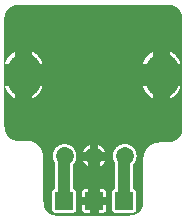
<source format=gtl>
G04 Layer: TopLayer*
G04 EasyEDA v5.9.41, Sun, 10 Feb 2019 10:32:15 GMT*
G04 cdcd27f09c1f40c89954da788bb1a5b5*
G04 Gerber Generator version 0.2*
G04 Scale: 100 percent, Rotated: No, Reflected: No *
G04 Dimensions in millimeters *
G04 leading zeros omitted , absolute positions ,3 integer and 3 decimal *
%FSLAX33Y33*%
%MOMM*%
G90*
G71D02*

%ADD11C,0.999998*%
%ADD12R,1.499997X1.499997*%
%ADD13C,1.499997*%
%ADD14C,2.799994*%

%LPD*%
G36*
G01X4616Y152D02*
G01X4613Y153D01*
G01X4611Y154D01*
G01X4608Y155D01*
G01X4605Y155D01*
G01X4603Y156D01*
G01X4600Y157D01*
G01X4597Y158D01*
G01X4595Y158D01*
G01X4592Y159D01*
G01X4589Y159D01*
G01X4586Y160D01*
G01X4584Y160D01*
G01X4581Y161D01*
G01X4578Y161D01*
G01X4575Y161D01*
G01X4573Y162D01*
G01X4570Y162D01*
G01X4567Y162D01*
G01X4564Y162D01*
G01X4562Y162D01*
G01X4562Y162D01*
G01X4542Y162D01*
G01X4522Y163D01*
G01X4503Y163D01*
G01X4483Y165D01*
G01X4464Y166D01*
G01X4444Y168D01*
G01X4425Y170D01*
G01X4406Y173D01*
G01X4386Y176D01*
G01X4367Y179D01*
G01X4348Y183D01*
G01X4329Y187D01*
G01X4310Y191D01*
G01X4291Y196D01*
G01X4272Y201D01*
G01X4253Y206D01*
G01X4234Y212D01*
G01X4215Y218D01*
G01X4197Y224D01*
G01X4179Y231D01*
G01X4160Y238D01*
G01X4142Y245D01*
G01X4124Y253D01*
G01X4106Y261D01*
G01X4089Y269D01*
G01X4071Y278D01*
G01X4054Y287D01*
G01X4036Y296D01*
G01X4019Y305D01*
G01X4002Y315D01*
G01X3986Y325D01*
G01X3969Y336D01*
G01X3953Y346D01*
G01X3936Y357D01*
G01X3920Y369D01*
G01X3905Y380D01*
G01X3889Y392D01*
G01X5588Y392D01*
G01X5588Y152D01*
G01X4616Y152D01*
G37*

%LPD*%
G36*
G01X3889Y392D02*
G01X3874Y404D01*
G01X3859Y416D01*
G01X3844Y429D01*
G01X3830Y441D01*
G01X3816Y454D01*
G01X3802Y467D01*
G01X3788Y481D01*
G01X3774Y494D01*
G01X3761Y508D01*
G01X3748Y523D01*
G01X3735Y537D01*
G01X3723Y551D01*
G01X3711Y566D01*
G01X3699Y581D01*
G01X3687Y597D01*
G01X3675Y612D01*
G01X3664Y628D01*
G01X3653Y643D01*
G01X3642Y659D01*
G01X3632Y676D01*
G01X3622Y692D01*
G01X3612Y709D01*
G01X3603Y725D01*
G01X3593Y742D01*
G01X3585Y759D01*
G01X3576Y776D01*
G01X3568Y794D01*
G01X3560Y811D01*
G01X3552Y829D01*
G01X3545Y847D01*
G01X3537Y865D01*
G01X3531Y883D01*
G01X3524Y901D01*
G01X3518Y919D01*
G01X3512Y937D01*
G01X3507Y956D01*
G01X3502Y974D01*
G01X3497Y993D01*
G01X3492Y1012D01*
G01X3488Y1030D01*
G01X3484Y1049D01*
G01X3481Y1068D01*
G01X3478Y1087D01*
G01X3475Y1106D01*
G01X3472Y1125D01*
G01X3470Y1144D01*
G01X3468Y1163D01*
G01X3467Y1183D01*
G01X3465Y1202D01*
G01X3465Y1221D01*
G01X3464Y1240D01*
G01X3464Y1260D01*
G01X3464Y1260D01*
G01X3464Y1262D01*
G01X3464Y1265D01*
G01X3464Y1268D01*
G01X3464Y1271D01*
G01X3464Y1271D01*
G01X3454Y1402D01*
G01X3454Y5080D01*
G01X3454Y5080D01*
G01X3454Y5082D01*
G01X3454Y5085D01*
G01X3454Y5088D01*
G01X3454Y5090D01*
G01X3453Y5093D01*
G01X3453Y5096D01*
G01X3453Y5098D01*
G01X3452Y5101D01*
G01X3452Y5104D01*
G01X3451Y5106D01*
G01X3451Y5109D01*
G01X3450Y5112D01*
G01X3450Y5114D01*
G01X3449Y5117D01*
G01X3449Y5120D01*
G01X3448Y5122D01*
G01X3447Y5125D01*
G01X3446Y5127D01*
G01X3445Y5130D01*
G01X3444Y5133D01*
G01X3443Y5135D01*
G01X3442Y5138D01*
G01X3441Y5140D01*
G01X3440Y5143D01*
G01X3439Y5145D01*
G01X3438Y5147D01*
G01X3437Y5150D01*
G01X3435Y5152D01*
G01X3434Y5155D01*
G01X3433Y5157D01*
G01X3433Y5157D01*
G01X3432Y5182D01*
G01X3430Y5206D01*
G01X3428Y5231D01*
G01X3425Y5256D01*
G01X3422Y5280D01*
G01X3419Y5305D01*
G01X3415Y5329D01*
G01X3411Y5353D01*
G01X3406Y5378D01*
G01X3401Y5402D01*
G01X3395Y5426D01*
G01X3389Y5450D01*
G01X3383Y5474D01*
G01X3376Y5497D01*
G01X3369Y5521D01*
G01X3361Y5545D01*
G01X3353Y5568D01*
G01X3345Y5591D01*
G01X3336Y5614D01*
G01X3327Y5637D01*
G01X3317Y5660D01*
G01X3307Y5682D01*
G01X3297Y5705D01*
G01X3286Y5727D01*
G01X3274Y5749D01*
G01X3263Y5771D01*
G01X3251Y5792D01*
G01X3238Y5814D01*
G01X3226Y5835D01*
G01X3212Y5856D01*
G01X3199Y5877D01*
G01X3185Y5897D01*
G01X3171Y5917D01*
G01X3156Y5937D01*
G01X3141Y5957D01*
G01X3126Y5976D01*
G01X3110Y5995D01*
G01X3094Y6014D01*
G01X3078Y6033D01*
G01X3062Y6051D01*
G01X3045Y6069D01*
G01X3027Y6087D01*
G01X3010Y6104D01*
G01X2992Y6121D01*
G01X2974Y6138D01*
G01X2955Y6155D01*
G01X2937Y6171D01*
G01X2918Y6186D01*
G01X2898Y6202D01*
G01X2879Y6217D01*
G01X5242Y6217D01*
G01X5242Y6217D01*
G01X5227Y6217D01*
G01X5213Y6217D01*
G01X5199Y6216D01*
G01X5185Y6215D01*
G01X5171Y6214D01*
G01X5157Y6212D01*
G01X5143Y6211D01*
G01X5129Y6209D01*
G01X5115Y6206D01*
G01X5102Y6204D01*
G01X5088Y6201D01*
G01X5088Y6201D01*
G01X5070Y6198D01*
G01X5053Y6195D01*
G01X5036Y6192D01*
G01X5019Y6188D01*
G01X5002Y6184D01*
G01X4984Y6180D01*
G01X4968Y6175D01*
G01X4951Y6170D01*
G01X4934Y6165D01*
G01X4917Y6159D01*
G01X4901Y6153D01*
G01X4884Y6147D01*
G01X4868Y6141D01*
G01X4851Y6134D01*
G01X4835Y6127D01*
G01X4819Y6120D01*
G01X4803Y6112D01*
G01X4788Y6105D01*
G01X4772Y6097D01*
G01X4757Y6088D01*
G01X4741Y6080D01*
G01X4726Y6071D01*
G01X4711Y6061D01*
G01X4696Y6052D01*
G01X4681Y6042D01*
G01X4667Y6032D01*
G01X4653Y6022D01*
G01X4638Y6012D01*
G01X4624Y6001D01*
G01X4611Y5990D01*
G01X4597Y5979D01*
G01X4584Y5968D01*
G01X4571Y5956D01*
G01X4558Y5944D01*
G01X4545Y5932D01*
G01X4532Y5920D01*
G01X4520Y5907D01*
G01X4508Y5895D01*
G01X4496Y5882D01*
G01X4484Y5868D01*
G01X4473Y5855D01*
G01X4462Y5841D01*
G01X4451Y5828D01*
G01X4440Y5814D01*
G01X4429Y5800D01*
G01X4419Y5785D01*
G01X4409Y5771D01*
G01X4399Y5756D01*
G01X4390Y5741D01*
G01X4381Y5726D01*
G01X4372Y5711D01*
G01X4363Y5696D01*
G01X4355Y5680D01*
G01X4347Y5665D01*
G01X4339Y5649D01*
G01X4331Y5633D01*
G01X4324Y5617D01*
G01X4317Y5601D01*
G01X4310Y5585D01*
G01X4304Y5569D01*
G01X4298Y5552D01*
G01X4292Y5535D01*
G01X4286Y5519D01*
G01X4281Y5502D01*
G01X4276Y5485D01*
G01X4271Y5468D01*
G01X4267Y5451D01*
G01X4263Y5434D01*
G01X4259Y5417D01*
G01X4255Y5400D01*
G01X4252Y5382D01*
G01X4249Y5365D01*
G01X4247Y5348D01*
G01X4244Y5330D01*
G01X4242Y5313D01*
G01X4241Y5295D01*
G01X4239Y5278D01*
G01X4238Y5260D01*
G01X4238Y5243D01*
G01X4237Y5225D01*
G01X4237Y5207D01*
G01X4237Y5190D01*
G01X4238Y5172D01*
G01X4238Y5155D01*
G01X4240Y5137D01*
G01X4241Y5120D01*
G01X4243Y5102D01*
G01X4245Y5085D01*
G01X4247Y5067D01*
G01X4250Y5050D01*
G01X4253Y5032D01*
G01X4256Y5015D01*
G01X4259Y4998D01*
G01X4263Y4981D01*
G01X4267Y4964D01*
G01X4272Y4947D01*
G01X4277Y4930D01*
G01X4282Y4913D01*
G01X4287Y4896D01*
G01X4292Y4879D01*
G01X4298Y4863D01*
G01X4305Y4846D01*
G01X4311Y4830D01*
G01X4318Y4814D01*
G01X4325Y4798D01*
G01X4332Y4782D01*
G01X4340Y4766D01*
G01X4348Y4750D01*
G01X4356Y4735D01*
G01X4364Y4719D01*
G01X4373Y4704D01*
G01X4382Y4689D01*
G01X4391Y4674D01*
G01X4401Y4659D01*
G01X4410Y4644D01*
G01X4420Y4630D01*
G01X4431Y4616D01*
G01X4441Y4601D01*
G01X4452Y4588D01*
G01X4452Y2401D01*
G01X4448Y2401D01*
G01X4443Y2401D01*
G01X4439Y2400D01*
G01X4434Y2400D01*
G01X4430Y2400D01*
G01X4425Y2399D01*
G01X4421Y2398D01*
G01X4416Y2398D01*
G01X4412Y2397D01*
G01X4407Y2396D01*
G01X4403Y2395D01*
G01X4399Y2394D01*
G01X4394Y2393D01*
G01X4390Y2392D01*
G01X4386Y2391D01*
G01X4381Y2390D01*
G01X4377Y2388D01*
G01X4373Y2387D01*
G01X4369Y2385D01*
G01X4364Y2384D01*
G01X4360Y2382D01*
G01X4356Y2380D01*
G01X4352Y2378D01*
G01X4348Y2377D01*
G01X4344Y2375D01*
G01X4340Y2373D01*
G01X4336Y2371D01*
G01X4332Y2368D01*
G01X4328Y2366D01*
G01X4324Y2364D01*
G01X4320Y2361D01*
G01X4317Y2359D01*
G01X4313Y2357D01*
G01X4309Y2354D01*
G01X4305Y2351D01*
G01X4302Y2349D01*
G01X4298Y2346D01*
G01X4295Y2343D01*
G01X4291Y2340D01*
G01X4288Y2337D01*
G01X4285Y2334D01*
G01X4281Y2331D01*
G01X4278Y2328D01*
G01X4275Y2325D01*
G01X4272Y2322D01*
G01X4269Y2318D01*
G01X4266Y2315D01*
G01X4263Y2312D01*
G01X4260Y2308D01*
G01X4257Y2305D01*
G01X4254Y2301D01*
G01X4252Y2298D01*
G01X4249Y2294D01*
G01X4246Y2290D01*
G01X4244Y2286D01*
G01X4242Y2283D01*
G01X4239Y2279D01*
G01X4237Y2275D01*
G01X4235Y2271D01*
G01X4232Y2267D01*
G01X4230Y2263D01*
G01X4228Y2259D01*
G01X4226Y2255D01*
G01X4224Y2251D01*
G01X4223Y2247D01*
G01X4221Y2243D01*
G01X4219Y2239D01*
G01X4218Y2234D01*
G01X4216Y2230D01*
G01X4215Y2226D01*
G01X4213Y2222D01*
G01X4212Y2217D01*
G01X4211Y2213D01*
G01X4210Y2209D01*
G01X4209Y2204D01*
G01X4208Y2200D01*
G01X4207Y2196D01*
G01X4206Y2191D01*
G01X4205Y2187D01*
G01X4205Y2182D01*
G01X4204Y2178D01*
G01X4203Y2173D01*
G01X4203Y2169D01*
G01X4203Y2164D01*
G01X4202Y2160D01*
G01X4202Y2155D01*
G01X4202Y2151D01*
G01X4202Y2146D01*
G01X4202Y646D01*
G01X4202Y642D01*
G01X4202Y638D01*
G01X4202Y633D01*
G01X4203Y629D01*
G01X4203Y624D01*
G01X4203Y620D01*
G01X4204Y615D01*
G01X4205Y611D01*
G01X4205Y606D01*
G01X4206Y602D01*
G01X4207Y597D01*
G01X4208Y593D01*
G01X4209Y589D01*
G01X4210Y584D01*
G01X4211Y580D01*
G01X4212Y576D01*
G01X4213Y571D01*
G01X4215Y567D01*
G01X4216Y563D01*
G01X4218Y559D01*
G01X4219Y554D01*
G01X4221Y550D01*
G01X4223Y546D01*
G01X4224Y542D01*
G01X4226Y538D01*
G01X4228Y534D01*
G01X4230Y530D01*
G01X4232Y526D01*
G01X4235Y522D01*
G01X4237Y518D01*
G01X4239Y514D01*
G01X4242Y510D01*
G01X4244Y506D01*
G01X4246Y503D01*
G01X4249Y499D01*
G01X4252Y495D01*
G01X4254Y492D01*
G01X4257Y488D01*
G01X4260Y485D01*
G01X4263Y481D01*
G01X4266Y478D01*
G01X4269Y475D01*
G01X4272Y471D01*
G01X4275Y468D01*
G01X4278Y465D01*
G01X4281Y462D01*
G01X4285Y459D01*
G01X4288Y456D01*
G01X4291Y453D01*
G01X4295Y450D01*
G01X4298Y447D01*
G01X4302Y444D01*
G01X4305Y442D01*
G01X4309Y439D01*
G01X4313Y436D01*
G01X4317Y434D01*
G01X4320Y432D01*
G01X4324Y429D01*
G01X4328Y427D01*
G01X4332Y425D01*
G01X4336Y422D01*
G01X4340Y420D01*
G01X4344Y418D01*
G01X4348Y416D01*
G01X4352Y414D01*
G01X4356Y413D01*
G01X4360Y411D01*
G01X4364Y409D01*
G01X4369Y408D01*
G01X4373Y406D01*
G01X4377Y405D01*
G01X4381Y403D01*
G01X4386Y402D01*
G01X4390Y401D01*
G01X4394Y400D01*
G01X4399Y399D01*
G01X4403Y398D01*
G01X4407Y397D01*
G01X4412Y396D01*
G01X4416Y395D01*
G01X4421Y395D01*
G01X4425Y394D01*
G01X4430Y393D01*
G01X4434Y393D01*
G01X4439Y393D01*
G01X4443Y392D01*
G01X4448Y392D01*
G01X4452Y392D01*
G01X4457Y392D01*
G01X3889Y392D01*
G37*

%LPD*%
G36*
G01X5588Y152D02*
G01X5588Y392D01*
G01X11474Y392D01*
G01X11458Y380D01*
G01X11442Y369D01*
G01X11426Y358D01*
G01X11409Y347D01*
G01X11393Y337D01*
G01X11376Y326D01*
G01X11359Y316D01*
G01X11342Y307D01*
G01X11325Y298D01*
G01X11307Y289D01*
G01X11289Y280D01*
G01X11272Y272D01*
G01X11254Y264D01*
G01X11236Y256D01*
G01X11217Y249D01*
G01X11199Y241D01*
G01X11181Y235D01*
G01X11162Y228D01*
G01X11143Y222D01*
G01X11125Y217D01*
G01X11106Y211D01*
G01X11087Y206D01*
G01X11068Y201D01*
G01X11048Y197D01*
G01X11029Y193D01*
G01X11010Y189D01*
G01X10991Y186D01*
G01X10971Y183D01*
G01X10952Y180D01*
G01X10932Y178D01*
G01X10913Y176D01*
G01X10893Y175D01*
G01X10873Y173D01*
G01X10854Y173D01*
G01X10834Y172D01*
G01X10814Y172D01*
G01X10812Y172D01*
G01X10809Y172D01*
G01X10806Y172D01*
G01X10804Y172D01*
G01X10801Y171D01*
G01X10798Y171D01*
G01X10795Y171D01*
G01X10793Y170D01*
G01X10790Y170D01*
G01X10787Y169D01*
G01X10785Y169D01*
G01X10782Y168D01*
G01X10779Y168D01*
G01X10777Y167D01*
G01X10774Y166D01*
G01X10772Y166D01*
G01X10769Y165D01*
G01X10766Y164D01*
G01X10764Y163D01*
G01X10761Y162D01*
G01X10759Y161D01*
G01X10756Y160D01*
G01X10754Y159D01*
G01X10751Y158D01*
G01X10749Y157D01*
G01X10746Y156D01*
G01X10744Y155D01*
G01X10741Y153D01*
G01X10739Y152D01*
G01X5588Y152D01*
G37*

%LPD*%
G36*
G01X2879Y6217D02*
G01X2859Y6232D01*
G01X2839Y6246D01*
G01X2819Y6260D01*
G01X2798Y6274D01*
G01X2778Y6287D01*
G01X2757Y6300D01*
G01X2736Y6312D01*
G01X2714Y6325D01*
G01X2693Y6336D01*
G01X2671Y6348D01*
G01X2649Y6359D01*
G01X2627Y6369D01*
G01X2604Y6380D01*
G01X2582Y6389D01*
G01X2559Y6399D01*
G01X2536Y6408D01*
G01X2513Y6417D01*
G01X2490Y6425D01*
G01X2467Y6433D01*
G01X2443Y6440D01*
G01X2420Y6447D01*
G01X2396Y6454D01*
G01X2372Y6460D01*
G01X2348Y6466D01*
G01X2324Y6471D01*
G01X2300Y6476D01*
G01X2276Y6480D01*
G01X2252Y6484D01*
G01X2228Y6488D01*
G01X2203Y6491D01*
G01X2179Y6494D01*
G01X2154Y6497D01*
G01X2130Y6498D01*
G01X2105Y6500D01*
G01X2081Y6501D01*
G01X2056Y6502D01*
G01X2032Y6502D01*
G01X5588Y6502D01*
G01X5588Y6217D01*
G01X2879Y6217D01*
G37*

%LPD*%
G36*
G01X5588Y6152D02*
G01X5588Y6152D01*
G01X5570Y6158D01*
G01X5553Y6163D01*
G01X5536Y6169D01*
G01X5519Y6174D01*
G01X5501Y6179D01*
G01X5484Y6183D01*
G01X5466Y6188D01*
G01X5449Y6191D01*
G01X5431Y6195D01*
G01X5413Y6198D01*
G01X5395Y6201D01*
G01X5395Y6201D01*
G01X5382Y6204D01*
G01X5368Y6206D01*
G01X5354Y6209D01*
G01X5340Y6211D01*
G01X5326Y6212D01*
G01X5312Y6214D01*
G01X5298Y6215D01*
G01X5284Y6216D01*
G01X5270Y6217D01*
G01X5256Y6217D01*
G01X5242Y6217D01*
G01X5588Y6217D01*
G01X5588Y6152D01*
G37*

%LPD*%
G36*
G01X5957Y392D02*
G01X5961Y392D01*
G01X5965Y392D01*
G01X5970Y392D01*
G01X5974Y393D01*
G01X5979Y393D01*
G01X5983Y393D01*
G01X5988Y394D01*
G01X5992Y395D01*
G01X5997Y395D01*
G01X6001Y396D01*
G01X6006Y397D01*
G01X6010Y398D01*
G01X6014Y399D01*
G01X6019Y400D01*
G01X6023Y401D01*
G01X6027Y402D01*
G01X6032Y403D01*
G01X6036Y405D01*
G01X6040Y406D01*
G01X6044Y408D01*
G01X6049Y409D01*
G01X6053Y411D01*
G01X6057Y413D01*
G01X6061Y414D01*
G01X6065Y416D01*
G01X6069Y418D01*
G01X6073Y420D01*
G01X6077Y422D01*
G01X6081Y425D01*
G01X6085Y427D01*
G01X6089Y429D01*
G01X6093Y432D01*
G01X6097Y434D01*
G01X6100Y436D01*
G01X6104Y439D01*
G01X6108Y442D01*
G01X6111Y444D01*
G01X6115Y447D01*
G01X6118Y450D01*
G01X6122Y453D01*
G01X6125Y456D01*
G01X6128Y459D01*
G01X6132Y462D01*
G01X6135Y465D01*
G01X6138Y468D01*
G01X6141Y471D01*
G01X6144Y475D01*
G01X6147Y478D01*
G01X6150Y481D01*
G01X6153Y485D01*
G01X6156Y488D01*
G01X6159Y492D01*
G01X6161Y495D01*
G01X6164Y499D01*
G01X6167Y503D01*
G01X6169Y506D01*
G01X6171Y510D01*
G01X6174Y514D01*
G01X6176Y518D01*
G01X6178Y522D01*
G01X6181Y526D01*
G01X6183Y530D01*
G01X6185Y534D01*
G01X6187Y538D01*
G01X6189Y542D01*
G01X6190Y546D01*
G01X6192Y550D01*
G01X6194Y554D01*
G01X6195Y559D01*
G01X6197Y563D01*
G01X6198Y567D01*
G01X6200Y571D01*
G01X6201Y576D01*
G01X6202Y580D01*
G01X6203Y584D01*
G01X6204Y589D01*
G01X6205Y593D01*
G01X6206Y597D01*
G01X6207Y602D01*
G01X6208Y606D01*
G01X6208Y611D01*
G01X6209Y615D01*
G01X6210Y620D01*
G01X6210Y624D01*
G01X6210Y629D01*
G01X6211Y633D01*
G01X6211Y638D01*
G01X6211Y642D01*
G01X6211Y646D01*
G01X6211Y1021D01*
G01X6742Y1021D01*
G01X6742Y646D01*
G01X6742Y642D01*
G01X6742Y638D01*
G01X6742Y633D01*
G01X6743Y629D01*
G01X6743Y624D01*
G01X6743Y620D01*
G01X6744Y615D01*
G01X6745Y611D01*
G01X6745Y606D01*
G01X6746Y602D01*
G01X6747Y597D01*
G01X6748Y593D01*
G01X6749Y589D01*
G01X6750Y584D01*
G01X6751Y580D01*
G01X6752Y576D01*
G01X6753Y571D01*
G01X6755Y567D01*
G01X6756Y563D01*
G01X6758Y559D01*
G01X6759Y554D01*
G01X6761Y550D01*
G01X6763Y546D01*
G01X6764Y542D01*
G01X6766Y538D01*
G01X6768Y534D01*
G01X6770Y530D01*
G01X6772Y526D01*
G01X6775Y522D01*
G01X6777Y518D01*
G01X6779Y514D01*
G01X6782Y510D01*
G01X6784Y506D01*
G01X6786Y503D01*
G01X6789Y499D01*
G01X6792Y495D01*
G01X6794Y492D01*
G01X6797Y488D01*
G01X6800Y485D01*
G01X6803Y481D01*
G01X6806Y478D01*
G01X6809Y475D01*
G01X6812Y471D01*
G01X6815Y468D01*
G01X6818Y465D01*
G01X6821Y462D01*
G01X6825Y459D01*
G01X6828Y456D01*
G01X6831Y453D01*
G01X6835Y450D01*
G01X6838Y447D01*
G01X6842Y444D01*
G01X6845Y442D01*
G01X6849Y439D01*
G01X6853Y436D01*
G01X6857Y434D01*
G01X6860Y432D01*
G01X6864Y429D01*
G01X6868Y427D01*
G01X6872Y425D01*
G01X6876Y422D01*
G01X6880Y420D01*
G01X6884Y418D01*
G01X6888Y416D01*
G01X6892Y414D01*
G01X6896Y413D01*
G01X6900Y411D01*
G01X6904Y409D01*
G01X6909Y408D01*
G01X6913Y406D01*
G01X6917Y405D01*
G01X6921Y403D01*
G01X6926Y402D01*
G01X6930Y401D01*
G01X6934Y400D01*
G01X6939Y399D01*
G01X6943Y398D01*
G01X6947Y397D01*
G01X6952Y396D01*
G01X6956Y395D01*
G01X6961Y395D01*
G01X6965Y394D01*
G01X6970Y393D01*
G01X6974Y393D01*
G01X6979Y393D01*
G01X6983Y392D01*
G01X6988Y392D01*
G01X6992Y392D01*
G01X6997Y392D01*
G01X5957Y392D01*
G37*

%LPD*%
G36*
G01X7371Y392D02*
G01X7371Y1021D01*
G01X8122Y1021D01*
G01X8122Y392D01*
G01X7371Y392D01*
G37*

%LPD*%
G36*
G01X8497Y392D02*
G01X8501Y392D01*
G01X8505Y392D01*
G01X8510Y392D01*
G01X8514Y393D01*
G01X8519Y393D01*
G01X8523Y393D01*
G01X8528Y394D01*
G01X8532Y395D01*
G01X8537Y395D01*
G01X8541Y396D01*
G01X8546Y397D01*
G01X8550Y398D01*
G01X8554Y399D01*
G01X8559Y400D01*
G01X8563Y401D01*
G01X8567Y402D01*
G01X8572Y403D01*
G01X8576Y405D01*
G01X8580Y406D01*
G01X8584Y408D01*
G01X8589Y409D01*
G01X8593Y411D01*
G01X8597Y413D01*
G01X8601Y414D01*
G01X8605Y416D01*
G01X8609Y418D01*
G01X8613Y420D01*
G01X8617Y422D01*
G01X8621Y425D01*
G01X8625Y427D01*
G01X8629Y429D01*
G01X8633Y432D01*
G01X8637Y434D01*
G01X8640Y436D01*
G01X8644Y439D01*
G01X8648Y442D01*
G01X8651Y444D01*
G01X8655Y447D01*
G01X8658Y450D01*
G01X8662Y453D01*
G01X8665Y456D01*
G01X8668Y459D01*
G01X8672Y462D01*
G01X8675Y465D01*
G01X8678Y468D01*
G01X8681Y471D01*
G01X8684Y475D01*
G01X8687Y478D01*
G01X8690Y481D01*
G01X8693Y485D01*
G01X8696Y488D01*
G01X8699Y492D01*
G01X8701Y495D01*
G01X8704Y499D01*
G01X8707Y503D01*
G01X8709Y506D01*
G01X8711Y510D01*
G01X8714Y514D01*
G01X8716Y518D01*
G01X8718Y522D01*
G01X8721Y526D01*
G01X8723Y530D01*
G01X8725Y534D01*
G01X8727Y538D01*
G01X8729Y542D01*
G01X8730Y546D01*
G01X8732Y550D01*
G01X8734Y554D01*
G01X8735Y559D01*
G01X8737Y563D01*
G01X8738Y567D01*
G01X8740Y571D01*
G01X8741Y576D01*
G01X8742Y580D01*
G01X8743Y584D01*
G01X8744Y589D01*
G01X8745Y593D01*
G01X8746Y597D01*
G01X8747Y602D01*
G01X8748Y606D01*
G01X8748Y611D01*
G01X8749Y615D01*
G01X8750Y620D01*
G01X8750Y624D01*
G01X8750Y629D01*
G01X8751Y633D01*
G01X8751Y638D01*
G01X8751Y642D01*
G01X8751Y646D01*
G01X8751Y1021D01*
G01X9282Y1021D01*
G01X9282Y646D01*
G01X9282Y642D01*
G01X9282Y638D01*
G01X9282Y633D01*
G01X9283Y629D01*
G01X9283Y624D01*
G01X9283Y620D01*
G01X9284Y615D01*
G01X9285Y611D01*
G01X9285Y606D01*
G01X9286Y602D01*
G01X9287Y597D01*
G01X9288Y593D01*
G01X9289Y589D01*
G01X9290Y584D01*
G01X9291Y580D01*
G01X9292Y576D01*
G01X9293Y571D01*
G01X9295Y567D01*
G01X9296Y563D01*
G01X9298Y559D01*
G01X9299Y554D01*
G01X9301Y550D01*
G01X9303Y546D01*
G01X9304Y542D01*
G01X9306Y538D01*
G01X9308Y534D01*
G01X9310Y530D01*
G01X9312Y526D01*
G01X9315Y522D01*
G01X9317Y518D01*
G01X9319Y514D01*
G01X9322Y510D01*
G01X9324Y506D01*
G01X9326Y503D01*
G01X9329Y499D01*
G01X9332Y495D01*
G01X9334Y492D01*
G01X9337Y488D01*
G01X9340Y485D01*
G01X9343Y481D01*
G01X9346Y478D01*
G01X9349Y475D01*
G01X9352Y471D01*
G01X9355Y468D01*
G01X9358Y465D01*
G01X9361Y462D01*
G01X9365Y459D01*
G01X9368Y456D01*
G01X9371Y453D01*
G01X9375Y450D01*
G01X9378Y447D01*
G01X9382Y444D01*
G01X9385Y442D01*
G01X9389Y439D01*
G01X9393Y436D01*
G01X9397Y434D01*
G01X9400Y432D01*
G01X9404Y429D01*
G01X9408Y427D01*
G01X9412Y425D01*
G01X9416Y422D01*
G01X9420Y420D01*
G01X9424Y418D01*
G01X9428Y416D01*
G01X9432Y414D01*
G01X9436Y413D01*
G01X9440Y411D01*
G01X9444Y409D01*
G01X9449Y408D01*
G01X9453Y406D01*
G01X9457Y405D01*
G01X9461Y403D01*
G01X9466Y402D01*
G01X9470Y401D01*
G01X9474Y400D01*
G01X9479Y399D01*
G01X9483Y398D01*
G01X9487Y397D01*
G01X9492Y396D01*
G01X9496Y395D01*
G01X9501Y395D01*
G01X9505Y394D01*
G01X9510Y393D01*
G01X9514Y393D01*
G01X9519Y393D01*
G01X9523Y392D01*
G01X9528Y392D01*
G01X9532Y392D01*
G01X9537Y392D01*
G01X8497Y392D01*
G37*

%LPD*%
G36*
G01X11037Y392D02*
G01X11041Y392D01*
G01X11045Y392D01*
G01X11050Y392D01*
G01X11054Y393D01*
G01X11059Y393D01*
G01X11063Y393D01*
G01X11068Y394D01*
G01X11072Y395D01*
G01X11077Y395D01*
G01X11081Y396D01*
G01X11086Y397D01*
G01X11090Y398D01*
G01X11094Y399D01*
G01X11099Y400D01*
G01X11103Y401D01*
G01X11107Y402D01*
G01X11112Y403D01*
G01X11116Y405D01*
G01X11120Y406D01*
G01X11124Y408D01*
G01X11129Y409D01*
G01X11133Y411D01*
G01X11137Y413D01*
G01X11141Y414D01*
G01X11145Y416D01*
G01X11149Y418D01*
G01X11153Y420D01*
G01X11157Y422D01*
G01X11161Y425D01*
G01X11165Y427D01*
G01X11169Y429D01*
G01X11173Y432D01*
G01X11177Y434D01*
G01X11180Y436D01*
G01X11184Y439D01*
G01X11188Y442D01*
G01X11191Y444D01*
G01X11195Y447D01*
G01X11198Y450D01*
G01X11202Y453D01*
G01X11205Y456D01*
G01X11208Y459D01*
G01X11212Y462D01*
G01X11215Y465D01*
G01X11218Y468D01*
G01X11221Y471D01*
G01X11224Y475D01*
G01X11227Y478D01*
G01X11230Y481D01*
G01X11233Y485D01*
G01X11236Y488D01*
G01X11239Y492D01*
G01X11241Y495D01*
G01X11244Y499D01*
G01X11247Y503D01*
G01X11249Y506D01*
G01X11251Y510D01*
G01X11254Y514D01*
G01X11256Y518D01*
G01X11258Y522D01*
G01X11261Y526D01*
G01X11263Y530D01*
G01X11265Y534D01*
G01X11267Y538D01*
G01X11269Y542D01*
G01X11270Y546D01*
G01X11272Y550D01*
G01X11274Y554D01*
G01X11275Y559D01*
G01X11277Y563D01*
G01X11278Y567D01*
G01X11280Y571D01*
G01X11281Y576D01*
G01X11282Y580D01*
G01X11283Y584D01*
G01X11284Y589D01*
G01X11285Y593D01*
G01X11286Y597D01*
G01X11287Y602D01*
G01X11288Y606D01*
G01X11288Y611D01*
G01X11289Y615D01*
G01X11290Y620D01*
G01X11290Y624D01*
G01X11290Y629D01*
G01X11291Y633D01*
G01X11291Y638D01*
G01X11291Y642D01*
G01X11291Y646D01*
G01X11291Y2146D01*
G01X11291Y2146D01*
G01X11291Y2151D01*
G01X11291Y2155D01*
G01X11291Y2160D01*
G01X11290Y2164D01*
G01X11290Y2169D01*
G01X11290Y2173D01*
G01X11289Y2178D01*
G01X11288Y2182D01*
G01X11288Y2187D01*
G01X11287Y2191D01*
G01X11286Y2196D01*
G01X11285Y2200D01*
G01X11284Y2204D01*
G01X11283Y2209D01*
G01X11282Y2213D01*
G01X11281Y2217D01*
G01X11280Y2222D01*
G01X11278Y2226D01*
G01X11277Y2230D01*
G01X11275Y2234D01*
G01X11274Y2239D01*
G01X11272Y2243D01*
G01X11270Y2247D01*
G01X11269Y2251D01*
G01X11267Y2255D01*
G01X11265Y2259D01*
G01X11263Y2263D01*
G01X11261Y2267D01*
G01X11258Y2271D01*
G01X11256Y2275D01*
G01X11254Y2279D01*
G01X11251Y2283D01*
G01X11249Y2286D01*
G01X11247Y2290D01*
G01X11244Y2294D01*
G01X11241Y2298D01*
G01X11239Y2301D01*
G01X11236Y2305D01*
G01X11233Y2308D01*
G01X11230Y2312D01*
G01X11227Y2315D01*
G01X11224Y2318D01*
G01X11221Y2322D01*
G01X11218Y2325D01*
G01X11215Y2328D01*
G01X11212Y2331D01*
G01X11208Y2334D01*
G01X11205Y2337D01*
G01X11202Y2340D01*
G01X11198Y2343D01*
G01X11195Y2346D01*
G01X11191Y2349D01*
G01X11188Y2351D01*
G01X11184Y2354D01*
G01X11180Y2357D01*
G01X11177Y2359D01*
G01X11173Y2361D01*
G01X11169Y2364D01*
G01X11165Y2366D01*
G01X11161Y2368D01*
G01X11157Y2371D01*
G01X11153Y2373D01*
G01X11149Y2375D01*
G01X11145Y2377D01*
G01X11141Y2378D01*
G01X11137Y2380D01*
G01X11133Y2382D01*
G01X11129Y2384D01*
G01X11124Y2385D01*
G01X11120Y2387D01*
G01X11116Y2388D01*
G01X11112Y2390D01*
G01X11107Y2391D01*
G01X11103Y2392D01*
G01X11099Y2393D01*
G01X11094Y2394D01*
G01X11090Y2395D01*
G01X11086Y2396D01*
G01X11081Y2397D01*
G01X11077Y2398D01*
G01X11072Y2398D01*
G01X11068Y2399D01*
G01X11063Y2400D01*
G01X11059Y2400D01*
G01X11054Y2400D01*
G01X11050Y2401D01*
G01X11045Y2401D01*
G01X11041Y2401D01*
G01X11041Y4497D01*
G01X11041Y4497D01*
G01X11053Y4510D01*
G01X11065Y4523D01*
G01X11077Y4536D01*
G01X11089Y4549D01*
G01X11100Y4562D01*
G01X11112Y4576D01*
G01X11123Y4589D01*
G01X11133Y4603D01*
G01X11144Y4617D01*
G01X11154Y4632D01*
G01X11164Y4646D01*
G01X11174Y4661D01*
G01X11183Y4676D01*
G01X11192Y4691D01*
G01X11201Y4706D01*
G01X11210Y4721D01*
G01X11218Y4737D01*
G01X11226Y4752D01*
G01X11234Y4768D01*
G01X11242Y4784D01*
G01X11249Y4800D01*
G01X11256Y4816D01*
G01X11263Y4832D01*
G01X11269Y4848D01*
G01X11275Y4865D01*
G01X11281Y4881D01*
G01X11287Y4898D01*
G01X11292Y4915D01*
G01X11297Y4932D01*
G01X11302Y4949D01*
G01X11306Y4966D01*
G01X11310Y4983D01*
G01X11314Y5000D01*
G01X11318Y5017D01*
G01X11321Y5034D01*
G01X11324Y5052D01*
G01X11326Y5069D01*
G01X11329Y5086D01*
G01X11330Y5104D01*
G01X11332Y5121D01*
G01X11334Y5139D01*
G01X11335Y5156D01*
G01X11335Y5174D01*
G01X11336Y5191D01*
G01X11336Y5209D01*
G01X11336Y5227D01*
G01X11335Y5244D01*
G01X11335Y5262D01*
G01X11333Y5279D01*
G01X11332Y5297D01*
G01X11330Y5314D01*
G01X11328Y5332D01*
G01X11326Y5349D01*
G01X11323Y5366D01*
G01X11321Y5384D01*
G01X11317Y5401D01*
G01X11314Y5418D01*
G01X11310Y5435D01*
G01X11306Y5453D01*
G01X11301Y5470D01*
G01X11297Y5486D01*
G01X11292Y5503D01*
G01X11286Y5520D01*
G01X11281Y5537D01*
G01X11275Y5553D01*
G01X11269Y5570D01*
G01X11262Y5586D01*
G01X11256Y5602D01*
G01X11249Y5618D01*
G01X11241Y5634D01*
G01X11234Y5650D01*
G01X11226Y5666D01*
G01X11218Y5681D01*
G01X11209Y5697D01*
G01X11201Y5712D01*
G01X11192Y5727D01*
G01X11182Y5742D01*
G01X11173Y5757D01*
G01X11163Y5772D01*
G01X11153Y5786D01*
G01X11143Y5800D01*
G01X11133Y5814D01*
G01X11122Y5828D01*
G01X11111Y5842D01*
G01X11100Y5856D01*
G01X11088Y5869D01*
G01X11077Y5882D01*
G01X11065Y5895D01*
G01X11053Y5908D01*
G01X11040Y5920D01*
G01X11028Y5933D01*
G01X11015Y5945D01*
G01X11002Y5956D01*
G01X10989Y5968D01*
G01X10975Y5979D01*
G01X10962Y5991D01*
G01X10948Y6002D01*
G01X10934Y6012D01*
G01X10920Y6023D01*
G01X10906Y6033D01*
G01X10891Y6043D01*
G01X10876Y6052D01*
G01X10862Y6062D01*
G01X10847Y6071D01*
G01X10831Y6080D01*
G01X10816Y6088D01*
G01X10801Y6097D01*
G01X10785Y6105D01*
G01X10769Y6113D01*
G01X10753Y6120D01*
G01X10737Y6127D01*
G01X10721Y6134D01*
G01X10705Y6141D01*
G01X10689Y6147D01*
G01X10672Y6153D01*
G01X10656Y6159D01*
G01X10639Y6165D01*
G01X10622Y6170D01*
G01X10605Y6175D01*
G01X10588Y6180D01*
G01X10571Y6184D01*
G01X10554Y6188D01*
G01X10537Y6192D01*
G01X10520Y6195D01*
G01X10503Y6198D01*
G01X10485Y6201D01*
G01X10471Y6204D01*
G01X10458Y6206D01*
G01X10444Y6209D01*
G01X10430Y6211D01*
G01X10416Y6212D01*
G01X10402Y6214D01*
G01X10388Y6215D01*
G01X10374Y6216D01*
G01X10360Y6217D01*
G01X10346Y6217D01*
G01X10331Y6217D01*
G01X12708Y6217D01*
G01X12686Y6206D01*
G01X12664Y6195D01*
G01X12642Y6183D01*
G01X12621Y6171D01*
G01X12600Y6159D01*
G01X12579Y6146D01*
G01X12558Y6133D01*
G01X12537Y6120D01*
G01X12517Y6106D01*
G01X12497Y6092D01*
G01X12477Y6077D01*
G01X12457Y6062D01*
G01X12438Y6047D01*
G01X12419Y6031D01*
G01X12400Y6016D01*
G01X12381Y5999D01*
G01X12363Y5983D01*
G01X12345Y5966D01*
G01X12328Y5949D01*
G01X12310Y5931D01*
G01X12293Y5914D01*
G01X12276Y5895D01*
G01X12260Y5877D01*
G01X12244Y5858D01*
G01X12228Y5839D01*
G01X12213Y5820D01*
G01X12198Y5801D01*
G01X12183Y5781D01*
G01X12169Y5761D01*
G01X12155Y5741D01*
G01X12141Y5720D01*
G01X12128Y5700D01*
G01X12115Y5679D01*
G01X12102Y5657D01*
G01X12090Y5636D01*
G01X12078Y5614D01*
G01X12067Y5593D01*
G01X12056Y5571D01*
G01X12045Y5548D01*
G01X12035Y5526D01*
G01X12025Y5504D01*
G01X12015Y5481D01*
G01X12006Y5458D01*
G01X11998Y5435D01*
G01X11989Y5412D01*
G01X11982Y5388D01*
G01X11974Y5365D01*
G01X11967Y5341D01*
G01X11960Y5318D01*
G01X11954Y5294D01*
G01X11948Y5270D01*
G01X11943Y5246D01*
G01X11938Y5222D01*
G01X11934Y5197D01*
G01X11930Y5173D01*
G01X11926Y5149D01*
G01X11923Y5124D01*
G01X11920Y5100D01*
G01X11918Y5075D01*
G01X11916Y5051D01*
G01X11914Y5026D01*
G01X11913Y5002D01*
G01X11912Y4977D01*
G01X11912Y4953D01*
G01X11912Y1270D01*
G01X11912Y1269D01*
G01X11912Y1250D01*
G01X11911Y1231D01*
G01X11911Y1212D01*
G01X11909Y1193D01*
G01X11908Y1174D01*
G01X11906Y1155D01*
G01X11904Y1136D01*
G01X11901Y1117D01*
G01X11899Y1098D01*
G01X11895Y1079D01*
G01X11892Y1060D01*
G01X11888Y1041D01*
G01X11884Y1022D01*
G01X11879Y1004D01*
G01X11875Y985D01*
G01X11869Y967D01*
G01X11864Y948D01*
G01X11858Y930D01*
G01X11852Y912D01*
G01X11846Y894D01*
G01X11839Y876D01*
G01X11832Y858D01*
G01X11825Y840D01*
G01X11817Y822D01*
G01X11809Y805D01*
G01X11801Y788D01*
G01X11792Y770D01*
G01X11783Y753D01*
G01X11774Y737D01*
G01X11765Y720D01*
G01X11755Y703D01*
G01X11745Y687D01*
G01X11734Y671D01*
G01X11724Y655D01*
G01X11713Y639D01*
G01X11702Y623D01*
G01X11690Y608D01*
G01X11679Y593D01*
G01X11667Y578D01*
G01X11655Y563D01*
G01X11642Y549D01*
G01X11629Y534D01*
G01X11616Y520D01*
G01X11603Y506D01*
G01X11590Y492D01*
G01X11576Y479D01*
G01X11562Y466D01*
G01X11548Y453D01*
G01X11534Y440D01*
G01X11519Y428D01*
G01X11504Y416D01*
G01X11489Y404D01*
G01X11474Y392D01*
G01X11037Y392D01*
G37*

%LPD*%
G36*
G01X1270Y6502D02*
G01X1250Y6502D01*
G01X1231Y6503D01*
G01X1212Y6503D01*
G01X1193Y6505D01*
G01X1174Y6506D01*
G01X1155Y6508D01*
G01X1136Y6510D01*
G01X1117Y6513D01*
G01X1098Y6515D01*
G01X1079Y6519D01*
G01X1060Y6522D01*
G01X1041Y6526D01*
G01X1023Y6530D01*
G01X1004Y6535D01*
G01X985Y6539D01*
G01X967Y6544D01*
G01X949Y6550D01*
G01X930Y6556D01*
G01X912Y6562D01*
G01X894Y6568D01*
G01X876Y6575D01*
G01X858Y6582D01*
G01X841Y6589D01*
G01X823Y6597D01*
G01X806Y6605D01*
G01X788Y6613D01*
G01X771Y6622D01*
G01X754Y6630D01*
G01X737Y6640D01*
G01X721Y6649D01*
G01X704Y6659D01*
G01X688Y6669D01*
G01X672Y6679D01*
G01X656Y6690D01*
G01X640Y6700D01*
G01X624Y6712D01*
G01X609Y6723D01*
G01X594Y6735D01*
G01X579Y6747D01*
G01X564Y6759D01*
G01X549Y6771D01*
G01X535Y6784D01*
G01X521Y6797D01*
G01X507Y6810D01*
G01X493Y6823D01*
G01X480Y6837D01*
G01X467Y6851D01*
G01X454Y6865D01*
G01X441Y6879D01*
G01X429Y6894D01*
G01X416Y6909D01*
G01X405Y6924D01*
G01X393Y6939D01*
G01X382Y6954D01*
G01X370Y6970D01*
G01X360Y6986D01*
G01X349Y7002D01*
G01X339Y7018D01*
G01X329Y7034D01*
G01X319Y7051D01*
G01X310Y7067D01*
G01X300Y7084D01*
G01X292Y7101D01*
G01X283Y7118D01*
G01X275Y7136D01*
G01X267Y7153D01*
G01X259Y7171D01*
G01X252Y7188D01*
G01X245Y7206D01*
G01X238Y7224D01*
G01X232Y7242D01*
G01X226Y7260D01*
G01X220Y7279D01*
G01X214Y7297D01*
G01X209Y7315D01*
G01X204Y7334D01*
G01X200Y7353D01*
G01X196Y7371D01*
G01X192Y7390D01*
G01X189Y7409D01*
G01X185Y7428D01*
G01X183Y7447D01*
G01X180Y7466D01*
G01X178Y7485D01*
G01X176Y7504D01*
G01X175Y7523D01*
G01X173Y7542D01*
G01X173Y7561D01*
G01X172Y7580D01*
G01X172Y7600D01*
G01X172Y7600D01*
G01X172Y7602D01*
G01X172Y7605D01*
G01X172Y7608D01*
G01X172Y7610D01*
G01X171Y7613D01*
G01X171Y7616D01*
G01X171Y7619D01*
G01X170Y7621D01*
G01X170Y7624D01*
G01X169Y7627D01*
G01X169Y7629D01*
G01X168Y7632D01*
G01X168Y7635D01*
G01X167Y7637D01*
G01X166Y7640D01*
G01X166Y7642D01*
G01X165Y7645D01*
G01X164Y7648D01*
G01X163Y7650D01*
G01X162Y7653D01*
G01X161Y7655D01*
G01X160Y7658D01*
G01X159Y7660D01*
G01X158Y7663D01*
G01X157Y7665D01*
G01X156Y7668D01*
G01X155Y7670D01*
G01X153Y7673D01*
G01X152Y7675D01*
G01X152Y7675D01*
G01X5588Y7675D01*
G01X5588Y6502D01*
G01X1270Y6502D01*
G37*

%LPD*%
G36*
G01X5588Y6152D02*
G01X5588Y6217D01*
G01X10331Y6217D01*
G01X10331Y6217D01*
G01X10317Y6217D01*
G01X10303Y6217D01*
G01X10289Y6216D01*
G01X10275Y6215D01*
G01X10261Y6214D01*
G01X10247Y6212D01*
G01X10233Y6211D01*
G01X10219Y6209D01*
G01X10205Y6206D01*
G01X10191Y6204D01*
G01X10178Y6201D01*
G01X10178Y6201D01*
G01X10160Y6198D01*
G01X10142Y6195D01*
G01X10124Y6191D01*
G01X10107Y6188D01*
G01X10089Y6183D01*
G01X10072Y6179D01*
G01X10054Y6174D01*
G01X10037Y6169D01*
G01X10020Y6163D01*
G01X10003Y6158D01*
G01X9986Y6152D01*
G01X5588Y6152D01*
G37*

%LPD*%
G36*
G01X5588Y6351D02*
G01X5588Y10065D01*
G01X13208Y10065D01*
G01X13208Y6351D01*
G01X5588Y6351D01*
G37*

%LPD*%
G36*
G01X5588Y6217D02*
G01X5588Y6351D01*
G01X13208Y6351D01*
G01X13208Y6351D01*
G01X13183Y6349D01*
G01X13158Y6346D01*
G01X13134Y6343D01*
G01X13109Y6340D01*
G01X13085Y6336D01*
G01X13060Y6332D01*
G01X13036Y6327D01*
G01X13012Y6322D01*
G01X12988Y6316D01*
G01X12964Y6310D01*
G01X12940Y6304D01*
G01X12916Y6297D01*
G01X12892Y6290D01*
G01X12869Y6282D01*
G01X12845Y6274D01*
G01X12822Y6266D01*
G01X12799Y6257D01*
G01X12776Y6247D01*
G01X12753Y6238D01*
G01X12731Y6228D01*
G01X12708Y6217D01*
G01X5588Y6217D01*
G37*

%LPD*%
G36*
G01X5659Y6122D02*
G01X5641Y6130D01*
G01X5623Y6138D01*
G01X5605Y6145D01*
G01X5588Y6152D01*
G01X9986Y6152D01*
G01X9986Y6152D01*
G01X9968Y6145D01*
G01X9950Y6138D01*
G01X9932Y6130D01*
G01X9914Y6122D01*
G01X5659Y6122D01*
G37*

%LPD*%
G36*
G01X6211Y1021D02*
G01X6211Y1772D01*
G01X9282Y1772D01*
G01X9282Y1021D01*
G01X6211Y1021D01*
G37*

%LPD*%
G36*
G01X152Y7675D02*
G01X152Y10065D01*
G01X5588Y10065D01*
G01X5588Y7675D01*
G01X152Y7675D01*
G37*

%LPD*%
G36*
G01X2477Y10065D02*
G01X2477Y10065D01*
G01X2504Y10078D01*
G01X2530Y10091D01*
G01X2556Y10104D01*
G01X2581Y10118D01*
G01X2607Y10133D01*
G01X2632Y10148D01*
G01X2656Y10163D01*
G01X2681Y10178D01*
G01X2705Y10195D01*
G01X2729Y10211D01*
G01X2753Y10228D01*
G01X2776Y10245D01*
G01X2799Y10263D01*
G01X2822Y10281D01*
G01X2844Y10300D01*
G01X2867Y10319D01*
G01X2888Y10338D01*
G01X2910Y10358D01*
G01X2931Y10378D01*
G01X2951Y10399D01*
G01X2972Y10419D01*
G01X2992Y10441D01*
G01X3011Y10462D01*
G01X3031Y10484D01*
G01X3049Y10506D01*
G01X3068Y10529D01*
G01X3086Y10552D01*
G01X3103Y10575D01*
G01X3121Y10598D01*
G01X3137Y10622D01*
G01X3154Y10646D01*
G01X3170Y10671D01*
G01X3185Y10695D01*
G01X3200Y10720D01*
G01X3215Y10745D01*
G01X3229Y10771D01*
G01X3243Y10796D01*
G01X3256Y10822D01*
G01X3269Y10848D01*
G01X3281Y10875D01*
G01X3293Y10901D01*
G01X3305Y10928D01*
G01X3316Y10955D01*
G01X3326Y10982D01*
G01X3336Y11010D01*
G01X3346Y11037D01*
G01X3355Y11065D01*
G01X3363Y11093D01*
G01X3371Y11121D01*
G01X3379Y11149D01*
G01X5588Y11149D01*
G01X5588Y10065D01*
G01X2477Y10065D01*
G37*

%LPD*%
G36*
G01X5588Y10065D02*
G01X5588Y11149D01*
G01X11860Y11149D01*
G01X11860Y11149D01*
G01X11868Y11121D01*
G01X11876Y11093D01*
G01X11884Y11065D01*
G01X11893Y11037D01*
G01X11903Y11010D01*
G01X11913Y10982D01*
G01X11923Y10955D01*
G01X11934Y10928D01*
G01X11946Y10901D01*
G01X11958Y10875D01*
G01X11970Y10848D01*
G01X11983Y10822D01*
G01X11996Y10796D01*
G01X12010Y10771D01*
G01X12024Y10745D01*
G01X12039Y10720D01*
G01X12054Y10695D01*
G01X12069Y10671D01*
G01X12085Y10646D01*
G01X12102Y10622D01*
G01X12118Y10598D01*
G01X12136Y10575D01*
G01X12153Y10552D01*
G01X12171Y10529D01*
G01X12190Y10506D01*
G01X12208Y10484D01*
G01X12228Y10462D01*
G01X12247Y10441D01*
G01X12267Y10419D01*
G01X12288Y10399D01*
G01X12308Y10378D01*
G01X12329Y10358D01*
G01X12351Y10338D01*
G01X12372Y10319D01*
G01X12395Y10300D01*
G01X12417Y10281D01*
G01X12440Y10263D01*
G01X12463Y10245D01*
G01X12486Y10228D01*
G01X12510Y10211D01*
G01X12534Y10195D01*
G01X12558Y10178D01*
G01X12583Y10163D01*
G01X12607Y10148D01*
G01X12632Y10133D01*
G01X12658Y10118D01*
G01X12683Y10104D01*
G01X12709Y10091D01*
G01X12735Y10078D01*
G01X12762Y10065D01*
G01X5588Y10065D01*
G37*

%LPD*%
G36*
G01X12762Y10065D02*
G01X12762Y11149D01*
G01X13208Y11149D01*
G01X13208Y10065D01*
G01X12762Y10065D01*
G37*

%LPD*%
G36*
G01X13208Y6351D02*
G01X13208Y6375D01*
G01X13335Y6375D01*
G01X13332Y6375D01*
G01X13329Y6375D01*
G01X13326Y6375D01*
G01X13324Y6375D01*
G01X13321Y6374D01*
G01X13318Y6374D01*
G01X13316Y6374D01*
G01X13313Y6373D01*
G01X13310Y6373D01*
G01X13308Y6372D01*
G01X13305Y6372D01*
G01X13302Y6371D01*
G01X13300Y6371D01*
G01X13297Y6370D01*
G01X13294Y6370D01*
G01X13292Y6369D01*
G01X13289Y6368D01*
G01X13287Y6367D01*
G01X13284Y6366D01*
G01X13281Y6365D01*
G01X13279Y6364D01*
G01X13276Y6363D01*
G01X13274Y6362D01*
G01X13271Y6361D01*
G01X13269Y6360D01*
G01X13267Y6359D01*
G01X13264Y6358D01*
G01X13262Y6356D01*
G01X13259Y6355D01*
G01X13257Y6354D01*
G01X13232Y6352D01*
G01X13208Y6351D01*
G37*

%LPD*%
G36*
G01X13208Y10065D02*
G01X13208Y11149D01*
G01X14161Y11149D01*
G01X14161Y10065D01*
G01X13208Y10065D01*
G37*

%LPD*%
G36*
G01X13208Y6375D02*
G01X13208Y10065D01*
G01X15214Y10065D01*
G01X15214Y7493D01*
G01X15214Y7473D01*
G01X15213Y7454D01*
G01X15213Y7435D01*
G01X15211Y7416D01*
G01X15210Y7397D01*
G01X15208Y7378D01*
G01X15206Y7359D01*
G01X15203Y7340D01*
G01X15201Y7321D01*
G01X15197Y7302D01*
G01X15194Y7283D01*
G01X15190Y7264D01*
G01X15186Y7246D01*
G01X15181Y7227D01*
G01X15177Y7208D01*
G01X15172Y7190D01*
G01X15166Y7172D01*
G01X15160Y7153D01*
G01X15154Y7135D01*
G01X15148Y7117D01*
G01X15141Y7099D01*
G01X15134Y7081D01*
G01X15127Y7064D01*
G01X15119Y7046D01*
G01X15111Y7029D01*
G01X15103Y7011D01*
G01X15094Y6994D01*
G01X15086Y6977D01*
G01X15076Y6960D01*
G01X15067Y6944D01*
G01X15057Y6927D01*
G01X15047Y6911D01*
G01X15037Y6895D01*
G01X15026Y6879D01*
G01X15016Y6863D01*
G01X15004Y6847D01*
G01X14993Y6832D01*
G01X14981Y6817D01*
G01X14969Y6802D01*
G01X14957Y6787D01*
G01X14945Y6772D01*
G01X14932Y6758D01*
G01X14919Y6744D01*
G01X14906Y6730D01*
G01X14893Y6716D01*
G01X14879Y6703D01*
G01X14865Y6690D01*
G01X14851Y6677D01*
G01X14837Y6664D01*
G01X14822Y6652D01*
G01X14807Y6639D01*
G01X14792Y6628D01*
G01X14777Y6616D01*
G01X14762Y6605D01*
G01X14746Y6593D01*
G01X14730Y6583D01*
G01X14714Y6572D01*
G01X14698Y6562D01*
G01X14682Y6552D01*
G01X14665Y6542D01*
G01X14649Y6533D01*
G01X14632Y6523D01*
G01X14615Y6515D01*
G01X14598Y6506D01*
G01X14580Y6498D01*
G01X14563Y6490D01*
G01X14545Y6482D01*
G01X14528Y6475D01*
G01X14510Y6468D01*
G01X14492Y6461D01*
G01X14474Y6455D01*
G01X14456Y6449D01*
G01X14437Y6443D01*
G01X14419Y6437D01*
G01X14401Y6432D01*
G01X14382Y6427D01*
G01X14363Y6423D01*
G01X14345Y6419D01*
G01X14326Y6415D01*
G01X14307Y6412D01*
G01X14288Y6408D01*
G01X14269Y6406D01*
G01X14250Y6403D01*
G01X14231Y6401D01*
G01X14212Y6399D01*
G01X14193Y6398D01*
G01X14174Y6396D01*
G01X14155Y6396D01*
G01X14136Y6395D01*
G01X14116Y6395D01*
G01X14114Y6395D01*
G01X14111Y6395D01*
G01X14108Y6395D01*
G01X14106Y6395D01*
G01X14103Y6394D01*
G01X14100Y6394D01*
G01X14097Y6394D01*
G01X14095Y6393D01*
G01X14092Y6393D01*
G01X14089Y6392D01*
G01X14087Y6392D01*
G01X14084Y6391D01*
G01X14081Y6391D01*
G01X14079Y6390D01*
G01X14076Y6389D01*
G01X14074Y6389D01*
G01X14071Y6388D01*
G01X14068Y6387D01*
G01X14066Y6386D01*
G01X14063Y6385D01*
G01X14061Y6384D01*
G01X14058Y6383D01*
G01X14056Y6382D01*
G01X14053Y6381D01*
G01X14051Y6380D01*
G01X14048Y6379D01*
G01X14046Y6378D01*
G01X14043Y6376D01*
G01X14041Y6375D01*
G01X13208Y6375D01*
G37*

%LPD*%
G36*
G01X6180Y5565D02*
G01X6174Y5582D01*
G01X6167Y5599D01*
G01X6160Y5615D01*
G01X6153Y5631D01*
G01X6145Y5647D01*
G01X6137Y5663D01*
G01X6129Y5679D01*
G01X6121Y5695D01*
G01X6112Y5710D01*
G01X6103Y5725D01*
G01X6094Y5741D01*
G01X6084Y5756D01*
G01X6074Y5770D01*
G01X6064Y5785D01*
G01X6054Y5800D01*
G01X6043Y5814D01*
G01X6032Y5828D01*
G01X6021Y5842D01*
G01X6010Y5856D01*
G01X5998Y5869D01*
G01X5987Y5882D01*
G01X5974Y5895D01*
G01X5962Y5908D01*
G01X5950Y5921D01*
G01X5937Y5933D01*
G01X5924Y5946D01*
G01X5911Y5958D01*
G01X5897Y5969D01*
G01X5884Y5981D01*
G01X5870Y5992D01*
G01X5856Y6003D01*
G01X5842Y6014D01*
G01X5828Y6024D01*
G01X5813Y6035D01*
G01X5798Y6045D01*
G01X5783Y6054D01*
G01X5768Y6064D01*
G01X5753Y6073D01*
G01X5738Y6082D01*
G01X5722Y6091D01*
G01X5707Y6099D01*
G01X5691Y6107D01*
G01X5675Y6115D01*
G01X5659Y6122D01*
G01X7364Y6122D01*
G01X7347Y6116D01*
G01X7331Y6109D01*
G01X7315Y6101D01*
G01X7299Y6094D01*
G01X7284Y6086D01*
G01X7268Y6078D01*
G01X7252Y6070D01*
G01X7237Y6061D01*
G01X7222Y6052D01*
G01X7207Y6043D01*
G01X7192Y6033D01*
G01X7177Y6024D01*
G01X7163Y6014D01*
G01X7149Y6003D01*
G01X7134Y5993D01*
G01X7121Y5982D01*
G01X7107Y5971D01*
G01X7093Y5960D01*
G01X7080Y5949D01*
G01X7067Y5937D01*
G01X7054Y5925D01*
G01X7041Y5913D01*
G01X7028Y5901D01*
G01X7016Y5888D01*
G01X7004Y5875D01*
G01X6992Y5863D01*
G01X6980Y5849D01*
G01X6969Y5836D01*
G01X6958Y5822D01*
G01X6947Y5809D01*
G01X6936Y5795D01*
G01X6926Y5780D01*
G01X6915Y5766D01*
G01X6905Y5752D01*
G01X6896Y5737D01*
G01X6886Y5722D01*
G01X6877Y5707D01*
G01X6868Y5692D01*
G01X6860Y5677D01*
G01X6851Y5661D01*
G01X6843Y5646D01*
G01X6835Y5630D01*
G01X6828Y5614D01*
G01X6820Y5598D01*
G01X6813Y5582D01*
G01X6807Y5565D01*
G01X6180Y5565D01*
G37*

%LPD*%
G36*
G01X7364Y5565D02*
G01X7364Y6122D01*
G01X8114Y6122D01*
G01X8114Y5565D01*
G01X7364Y5565D01*
G37*

%LPD*%
G36*
G01X8671Y5565D02*
G01X8671Y5565D01*
G01X8664Y5582D01*
G01X8657Y5598D01*
G01X8650Y5614D01*
G01X8642Y5630D01*
G01X8634Y5646D01*
G01X8626Y5661D01*
G01X8618Y5677D01*
G01X8609Y5692D01*
G01X8600Y5707D01*
G01X8591Y5722D01*
G01X8581Y5737D01*
G01X8572Y5752D01*
G01X8562Y5766D01*
G01X8552Y5780D01*
G01X8541Y5795D01*
G01X8530Y5809D01*
G01X8520Y5822D01*
G01X8508Y5836D01*
G01X8497Y5849D01*
G01X8485Y5863D01*
G01X8473Y5875D01*
G01X8461Y5888D01*
G01X8449Y5901D01*
G01X8436Y5913D01*
G01X8424Y5925D01*
G01X8411Y5937D01*
G01X8397Y5949D01*
G01X8384Y5960D01*
G01X8371Y5971D01*
G01X8357Y5982D01*
G01X8343Y5993D01*
G01X8329Y6003D01*
G01X8314Y6014D01*
G01X8300Y6024D01*
G01X8285Y6033D01*
G01X8270Y6043D01*
G01X8255Y6052D01*
G01X8240Y6061D01*
G01X8225Y6070D01*
G01X8209Y6078D01*
G01X8194Y6086D01*
G01X8178Y6094D01*
G01X8162Y6101D01*
G01X8146Y6109D01*
G01X8130Y6116D01*
G01X8114Y6122D01*
G01X9914Y6122D01*
G01X9898Y6115D01*
G01X9882Y6107D01*
G01X9866Y6099D01*
G01X9851Y6091D01*
G01X9835Y6082D01*
G01X9820Y6073D01*
G01X9805Y6064D01*
G01X9790Y6054D01*
G01X9775Y6045D01*
G01X9760Y6035D01*
G01X9745Y6024D01*
G01X9731Y6014D01*
G01X9717Y6003D01*
G01X9703Y5992D01*
G01X9689Y5981D01*
G01X9676Y5969D01*
G01X9662Y5958D01*
G01X9649Y5946D01*
G01X9636Y5933D01*
G01X9623Y5921D01*
G01X9611Y5908D01*
G01X9599Y5895D01*
G01X9586Y5882D01*
G01X9575Y5869D01*
G01X9563Y5856D01*
G01X9552Y5842D01*
G01X9541Y5828D01*
G01X9530Y5814D01*
G01X9519Y5800D01*
G01X9509Y5785D01*
G01X9499Y5770D01*
G01X9489Y5756D01*
G01X9479Y5741D01*
G01X9470Y5725D01*
G01X9461Y5710D01*
G01X9452Y5695D01*
G01X9444Y5679D01*
G01X9436Y5663D01*
G01X9428Y5647D01*
G01X9420Y5631D01*
G01X9413Y5615D01*
G01X9406Y5599D01*
G01X9399Y5582D01*
G01X9393Y5565D01*
G01X8671Y5565D01*
G37*

%LPD*%
G36*
G01X6211Y1772D02*
G01X6211Y2146D01*
G01X6211Y2146D01*
G01X6211Y2151D01*
G01X6211Y2155D01*
G01X6211Y2160D01*
G01X6210Y2164D01*
G01X6210Y2169D01*
G01X6210Y2173D01*
G01X6209Y2178D01*
G01X6208Y2182D01*
G01X6208Y2187D01*
G01X6207Y2191D01*
G01X6206Y2196D01*
G01X6205Y2200D01*
G01X6204Y2204D01*
G01X6203Y2209D01*
G01X6202Y2213D01*
G01X6201Y2217D01*
G01X6200Y2222D01*
G01X6198Y2226D01*
G01X6197Y2230D01*
G01X6195Y2234D01*
G01X6194Y2239D01*
G01X6192Y2243D01*
G01X6190Y2247D01*
G01X6189Y2251D01*
G01X6187Y2255D01*
G01X6185Y2259D01*
G01X6183Y2263D01*
G01X6181Y2267D01*
G01X6178Y2271D01*
G01X6176Y2275D01*
G01X6174Y2279D01*
G01X6171Y2283D01*
G01X6169Y2286D01*
G01X6167Y2290D01*
G01X6164Y2294D01*
G01X6161Y2298D01*
G01X6159Y2301D01*
G01X6156Y2305D01*
G01X6153Y2308D01*
G01X6150Y2312D01*
G01X6147Y2315D01*
G01X6144Y2318D01*
G01X6141Y2322D01*
G01X6138Y2325D01*
G01X6135Y2328D01*
G01X6132Y2331D01*
G01X6128Y2334D01*
G01X6125Y2337D01*
G01X6122Y2340D01*
G01X6118Y2343D01*
G01X6115Y2346D01*
G01X6111Y2349D01*
G01X6108Y2351D01*
G01X6104Y2354D01*
G01X6100Y2357D01*
G01X6097Y2359D01*
G01X6093Y2361D01*
G01X6089Y2364D01*
G01X6085Y2366D01*
G01X6081Y2368D01*
G01X6077Y2371D01*
G01X6073Y2373D01*
G01X6069Y2375D01*
G01X6065Y2377D01*
G01X6061Y2378D01*
G01X6057Y2380D01*
G01X6053Y2382D01*
G01X6049Y2384D01*
G01X6044Y2385D01*
G01X6040Y2387D01*
G01X6036Y2388D01*
G01X6032Y2390D01*
G01X6027Y2391D01*
G01X6023Y2392D01*
G01X6019Y2393D01*
G01X6014Y2394D01*
G01X6010Y2395D01*
G01X6006Y2396D01*
G01X6001Y2397D01*
G01X5997Y2398D01*
G01X5992Y2398D01*
G01X5988Y2399D01*
G01X5983Y2400D01*
G01X5979Y2400D01*
G01X5974Y2400D01*
G01X5970Y2401D01*
G01X5965Y2401D01*
G01X5961Y2401D01*
G01X5961Y2401D01*
G01X6997Y2401D01*
G01X6992Y2401D01*
G01X6988Y2401D01*
G01X6983Y2401D01*
G01X6979Y2400D01*
G01X6974Y2400D01*
G01X6970Y2400D01*
G01X6965Y2399D01*
G01X6961Y2398D01*
G01X6956Y2398D01*
G01X6952Y2397D01*
G01X6947Y2396D01*
G01X6943Y2395D01*
G01X6939Y2394D01*
G01X6934Y2393D01*
G01X6930Y2392D01*
G01X6926Y2391D01*
G01X6921Y2390D01*
G01X6917Y2388D01*
G01X6913Y2387D01*
G01X6909Y2385D01*
G01X6904Y2384D01*
G01X6900Y2382D01*
G01X6896Y2380D01*
G01X6892Y2379D01*
G01X6888Y2377D01*
G01X6884Y2375D01*
G01X6880Y2373D01*
G01X6876Y2371D01*
G01X6872Y2368D01*
G01X6868Y2366D01*
G01X6864Y2364D01*
G01X6860Y2361D01*
G01X6857Y2359D01*
G01X6853Y2357D01*
G01X6849Y2354D01*
G01X6845Y2351D01*
G01X6842Y2349D01*
G01X6838Y2346D01*
G01X6835Y2343D01*
G01X6831Y2340D01*
G01X6828Y2337D01*
G01X6825Y2334D01*
G01X6821Y2331D01*
G01X6818Y2328D01*
G01X6815Y2325D01*
G01X6812Y2322D01*
G01X6809Y2318D01*
G01X6806Y2315D01*
G01X6803Y2312D01*
G01X6800Y2308D01*
G01X6797Y2305D01*
G01X6794Y2301D01*
G01X6792Y2298D01*
G01X6789Y2294D01*
G01X6786Y2290D01*
G01X6784Y2286D01*
G01X6782Y2283D01*
G01X6779Y2279D01*
G01X6777Y2275D01*
G01X6775Y2271D01*
G01X6772Y2267D01*
G01X6770Y2263D01*
G01X6768Y2259D01*
G01X6766Y2255D01*
G01X6764Y2251D01*
G01X6763Y2247D01*
G01X6761Y2243D01*
G01X6759Y2239D01*
G01X6758Y2234D01*
G01X6756Y2230D01*
G01X6755Y2226D01*
G01X6753Y2222D01*
G01X6752Y2217D01*
G01X6751Y2213D01*
G01X6750Y2209D01*
G01X6749Y2204D01*
G01X6748Y2200D01*
G01X6747Y2196D01*
G01X6746Y2191D01*
G01X6745Y2187D01*
G01X6745Y2182D01*
G01X6744Y2178D01*
G01X6743Y2173D01*
G01X6743Y2169D01*
G01X6743Y2164D01*
G01X6742Y2160D01*
G01X6742Y2155D01*
G01X6742Y2151D01*
G01X6742Y2146D01*
G01X6742Y1772D01*
G01X6211Y1772D01*
G37*

%LPD*%
G36*
G01X7372Y1772D02*
G01X7372Y2401D01*
G01X8122Y2401D01*
G01X8122Y1772D01*
G01X7372Y1772D01*
G37*

%LPD*%
G36*
G01X8751Y1772D02*
G01X8751Y2146D01*
G01X8751Y2151D01*
G01X8751Y2155D01*
G01X8751Y2160D01*
G01X8750Y2164D01*
G01X8750Y2169D01*
G01X8750Y2173D01*
G01X8749Y2178D01*
G01X8748Y2182D01*
G01X8748Y2187D01*
G01X8747Y2191D01*
G01X8746Y2196D01*
G01X8745Y2200D01*
G01X8744Y2204D01*
G01X8743Y2209D01*
G01X8742Y2213D01*
G01X8741Y2217D01*
G01X8740Y2222D01*
G01X8738Y2226D01*
G01X8737Y2230D01*
G01X8735Y2234D01*
G01X8734Y2239D01*
G01X8732Y2243D01*
G01X8730Y2247D01*
G01X8729Y2251D01*
G01X8727Y2255D01*
G01X8725Y2259D01*
G01X8723Y2263D01*
G01X8721Y2267D01*
G01X8718Y2271D01*
G01X8716Y2275D01*
G01X8714Y2279D01*
G01X8711Y2283D01*
G01X8709Y2286D01*
G01X8707Y2290D01*
G01X8704Y2294D01*
G01X8701Y2298D01*
G01X8699Y2301D01*
G01X8696Y2305D01*
G01X8693Y2308D01*
G01X8690Y2312D01*
G01X8687Y2315D01*
G01X8684Y2318D01*
G01X8681Y2322D01*
G01X8678Y2325D01*
G01X8675Y2328D01*
G01X8672Y2331D01*
G01X8668Y2334D01*
G01X8665Y2337D01*
G01X8662Y2340D01*
G01X8658Y2343D01*
G01X8655Y2346D01*
G01X8651Y2349D01*
G01X8648Y2351D01*
G01X8644Y2354D01*
G01X8640Y2357D01*
G01X8637Y2359D01*
G01X8633Y2361D01*
G01X8629Y2364D01*
G01X8625Y2366D01*
G01X8621Y2368D01*
G01X8617Y2371D01*
G01X8613Y2373D01*
G01X8609Y2375D01*
G01X8605Y2377D01*
G01X8601Y2379D01*
G01X8597Y2380D01*
G01X8593Y2382D01*
G01X8589Y2384D01*
G01X8584Y2385D01*
G01X8580Y2387D01*
G01X8576Y2388D01*
G01X8572Y2390D01*
G01X8567Y2391D01*
G01X8563Y2392D01*
G01X8559Y2393D01*
G01X8554Y2394D01*
G01X8550Y2395D01*
G01X8546Y2396D01*
G01X8541Y2397D01*
G01X8537Y2398D01*
G01X8532Y2398D01*
G01X8528Y2399D01*
G01X8523Y2400D01*
G01X8519Y2400D01*
G01X8514Y2400D01*
G01X8510Y2401D01*
G01X8505Y2401D01*
G01X8501Y2401D01*
G01X8497Y2401D01*
G01X9532Y2401D01*
G01X9532Y2401D01*
G01X9528Y2401D01*
G01X9523Y2401D01*
G01X9519Y2400D01*
G01X9514Y2400D01*
G01X9510Y2400D01*
G01X9505Y2399D01*
G01X9501Y2398D01*
G01X9496Y2398D01*
G01X9492Y2397D01*
G01X9487Y2396D01*
G01X9483Y2395D01*
G01X9479Y2394D01*
G01X9474Y2393D01*
G01X9470Y2392D01*
G01X9466Y2391D01*
G01X9461Y2390D01*
G01X9457Y2388D01*
G01X9453Y2387D01*
G01X9449Y2385D01*
G01X9444Y2384D01*
G01X9440Y2382D01*
G01X9436Y2380D01*
G01X9432Y2378D01*
G01X9428Y2377D01*
G01X9424Y2375D01*
G01X9420Y2373D01*
G01X9416Y2371D01*
G01X9412Y2368D01*
G01X9408Y2366D01*
G01X9404Y2364D01*
G01X9400Y2361D01*
G01X9397Y2359D01*
G01X9393Y2357D01*
G01X9389Y2354D01*
G01X9385Y2351D01*
G01X9382Y2349D01*
G01X9378Y2346D01*
G01X9375Y2343D01*
G01X9371Y2340D01*
G01X9368Y2337D01*
G01X9365Y2334D01*
G01X9361Y2331D01*
G01X9358Y2328D01*
G01X9355Y2325D01*
G01X9352Y2322D01*
G01X9349Y2318D01*
G01X9346Y2315D01*
G01X9343Y2312D01*
G01X9340Y2308D01*
G01X9337Y2305D01*
G01X9334Y2301D01*
G01X9332Y2298D01*
G01X9329Y2294D01*
G01X9326Y2290D01*
G01X9324Y2286D01*
G01X9322Y2283D01*
G01X9319Y2279D01*
G01X9317Y2275D01*
G01X9315Y2271D01*
G01X9312Y2267D01*
G01X9310Y2263D01*
G01X9308Y2259D01*
G01X9306Y2255D01*
G01X9304Y2251D01*
G01X9303Y2247D01*
G01X9301Y2243D01*
G01X9299Y2239D01*
G01X9298Y2234D01*
G01X9296Y2230D01*
G01X9295Y2226D01*
G01X9293Y2222D01*
G01X9292Y2217D01*
G01X9291Y2213D01*
G01X9290Y2209D01*
G01X9289Y2204D01*
G01X9288Y2200D01*
G01X9287Y2196D01*
G01X9286Y2191D01*
G01X9285Y2187D01*
G01X9285Y2182D01*
G01X9284Y2178D01*
G01X9283Y2173D01*
G01X9283Y2169D01*
G01X9283Y2164D01*
G01X9282Y2160D01*
G01X9282Y2155D01*
G01X9282Y2151D01*
G01X9282Y2146D01*
G01X9282Y1772D01*
G01X8751Y1772D01*
G37*

%LPD*%
G36*
G01X152Y10065D02*
G01X152Y11149D01*
G01X176Y11149D01*
G01X176Y11149D01*
G01X184Y11121D01*
G01X192Y11093D01*
G01X200Y11065D01*
G01X209Y11037D01*
G01X219Y11010D01*
G01X229Y10982D01*
G01X239Y10955D01*
G01X250Y10928D01*
G01X262Y10901D01*
G01X274Y10875D01*
G01X286Y10848D01*
G01X299Y10822D01*
G01X312Y10796D01*
G01X326Y10771D01*
G01X340Y10745D01*
G01X355Y10720D01*
G01X370Y10695D01*
G01X385Y10671D01*
G01X401Y10646D01*
G01X418Y10622D01*
G01X434Y10598D01*
G01X452Y10575D01*
G01X469Y10552D01*
G01X487Y10529D01*
G01X506Y10506D01*
G01X524Y10484D01*
G01X544Y10462D01*
G01X563Y10441D01*
G01X583Y10419D01*
G01X604Y10399D01*
G01X624Y10378D01*
G01X645Y10358D01*
G01X667Y10338D01*
G01X688Y10319D01*
G01X711Y10300D01*
G01X733Y10281D01*
G01X756Y10263D01*
G01X779Y10245D01*
G01X802Y10228D01*
G01X826Y10211D01*
G01X850Y10195D01*
G01X874Y10178D01*
G01X899Y10163D01*
G01X923Y10148D01*
G01X948Y10133D01*
G01X974Y10118D01*
G01X999Y10104D01*
G01X1025Y10091D01*
G01X1051Y10078D01*
G01X1078Y10065D01*
G01X152Y10065D01*
G37*

%LPD*%
G36*
G01X1078Y10065D02*
G01X1078Y11149D01*
G01X2477Y11149D01*
G01X2477Y10065D01*
G01X1078Y10065D01*
G37*

%LPD*%
G36*
G01X152Y11149D02*
G01X152Y11938D01*
G01X5588Y11938D01*
G01X5588Y11149D01*
G01X152Y11149D01*
G37*

%LPD*%
G36*
G01X5588Y11149D02*
G01X5588Y11938D01*
G01X13208Y11938D01*
G01X13208Y11149D01*
G01X5588Y11149D01*
G37*

%LPD*%
G36*
G01X13208Y11149D02*
G01X13208Y11938D01*
G01X15214Y11938D01*
G01X15214Y11149D01*
G01X13208Y11149D01*
G37*

%LPD*%
G36*
G01X14161Y10065D02*
G01X14161Y10065D01*
G01X14188Y10078D01*
G01X14214Y10091D01*
G01X14240Y10104D01*
G01X14265Y10118D01*
G01X14291Y10133D01*
G01X14316Y10148D01*
G01X14340Y10163D01*
G01X14365Y10178D01*
G01X14389Y10195D01*
G01X14413Y10211D01*
G01X14437Y10228D01*
G01X14460Y10245D01*
G01X14483Y10263D01*
G01X14506Y10281D01*
G01X14528Y10300D01*
G01X14551Y10319D01*
G01X14572Y10338D01*
G01X14594Y10358D01*
G01X14615Y10378D01*
G01X14635Y10399D01*
G01X14656Y10419D01*
G01X14676Y10441D01*
G01X14695Y10462D01*
G01X14715Y10484D01*
G01X14733Y10506D01*
G01X14752Y10529D01*
G01X14770Y10552D01*
G01X14787Y10575D01*
G01X14805Y10598D01*
G01X14821Y10622D01*
G01X14838Y10646D01*
G01X14854Y10671D01*
G01X14869Y10695D01*
G01X14884Y10720D01*
G01X14899Y10745D01*
G01X14913Y10771D01*
G01X14927Y10796D01*
G01X14940Y10822D01*
G01X14953Y10848D01*
G01X14965Y10875D01*
G01X14977Y10901D01*
G01X14989Y10928D01*
G01X15000Y10955D01*
G01X15010Y10982D01*
G01X15020Y11010D01*
G01X15030Y11037D01*
G01X15039Y11065D01*
G01X15047Y11093D01*
G01X15055Y11121D01*
G01X15063Y11149D01*
G01X15214Y11149D01*
G01X15214Y10065D01*
G01X14161Y10065D01*
G37*

%LPD*%
G36*
G01X6166Y4815D02*
G01X6173Y4832D01*
G01X6179Y4849D01*
G01X6186Y4865D01*
G01X6192Y4882D01*
G01X6197Y4899D01*
G01X6203Y4916D01*
G01X6208Y4933D01*
G01X6212Y4951D01*
G01X6217Y4968D01*
G01X6221Y4985D01*
G01X6225Y5003D01*
G01X6228Y5020D01*
G01X6231Y5038D01*
G01X6234Y5056D01*
G01X6237Y5073D01*
G01X6239Y5091D01*
G01X6241Y5109D01*
G01X6243Y5127D01*
G01X6244Y5144D01*
G01X6245Y5162D01*
G01X6246Y5180D01*
G01X6246Y5198D01*
G01X6246Y5216D01*
G01X6246Y5234D01*
G01X6245Y5252D01*
G01X6244Y5270D01*
G01X6243Y5287D01*
G01X6241Y5305D01*
G01X6240Y5323D01*
G01X6237Y5341D01*
G01X6235Y5358D01*
G01X6232Y5376D01*
G01X6229Y5394D01*
G01X6225Y5411D01*
G01X6222Y5429D01*
G01X6218Y5446D01*
G01X6213Y5463D01*
G01X6209Y5481D01*
G01X6204Y5498D01*
G01X6198Y5515D01*
G01X6193Y5532D01*
G01X6187Y5549D01*
G01X6180Y5565D01*
G01X9393Y5565D01*
G01X9393Y5565D01*
G01X9386Y5549D01*
G01X9380Y5532D01*
G01X9375Y5515D01*
G01X9370Y5498D01*
G01X9365Y5481D01*
G01X9360Y5463D01*
G01X9355Y5446D01*
G01X9351Y5429D01*
G01X9348Y5411D01*
G01X9344Y5394D01*
G01X9341Y5376D01*
G01X9338Y5358D01*
G01X9336Y5341D01*
G01X9333Y5323D01*
G01X9332Y5305D01*
G01X9330Y5287D01*
G01X9329Y5270D01*
G01X9328Y5252D01*
G01X9327Y5234D01*
G01X9327Y5216D01*
G01X9327Y5198D01*
G01X9327Y5180D01*
G01X9328Y5162D01*
G01X9329Y5144D01*
G01X9330Y5127D01*
G01X9332Y5109D01*
G01X9334Y5091D01*
G01X9336Y5073D01*
G01X9339Y5056D01*
G01X9342Y5038D01*
G01X9345Y5020D01*
G01X9348Y5003D01*
G01X9352Y4985D01*
G01X9356Y4968D01*
G01X9361Y4951D01*
G01X9365Y4933D01*
G01X9370Y4916D01*
G01X9376Y4899D01*
G01X9381Y4882D01*
G01X9387Y4865D01*
G01X9394Y4849D01*
G01X9400Y4832D01*
G01X9407Y4815D01*
G01X6166Y4815D01*
G37*

%LPD*%
G36*
G01X5961Y2401D02*
G01X5961Y4259D01*
G01X9532Y4259D01*
G01X9532Y2401D01*
G01X5961Y2401D01*
G37*

%LPD*%
G36*
G01X152Y11938D02*
G01X152Y12980D01*
G01X15214Y12980D01*
G01X15214Y11938D01*
G01X152Y11938D01*
G37*

%LPD*%
G36*
G01X5961Y4259D02*
G01X5961Y4508D01*
G01X5973Y4520D01*
G01X5985Y4533D01*
G01X5997Y4547D01*
G01X6009Y4560D01*
G01X6020Y4574D01*
G01X6031Y4587D01*
G01X6042Y4601D01*
G01X6052Y4616D01*
G01X6063Y4630D01*
G01X6073Y4645D01*
G01X6083Y4659D01*
G01X6092Y4674D01*
G01X6102Y4689D01*
G01X6111Y4705D01*
G01X6119Y4720D01*
G01X6128Y4736D01*
G01X6136Y4751D01*
G01X6144Y4767D01*
G01X6152Y4783D01*
G01X6159Y4799D01*
G01X6166Y4815D01*
G01X6807Y4815D01*
G01X6807Y4815D01*
G01X6813Y4799D01*
G01X6820Y4783D01*
G01X6828Y4767D01*
G01X6835Y4751D01*
G01X6843Y4735D01*
G01X6851Y4720D01*
G01X6860Y4704D01*
G01X6868Y4689D01*
G01X6877Y4674D01*
G01X6886Y4659D01*
G01X6896Y4644D01*
G01X6905Y4629D01*
G01X6915Y4615D01*
G01X6926Y4601D01*
G01X6936Y4586D01*
G01X6947Y4572D01*
G01X6958Y4559D01*
G01X6969Y4545D01*
G01X6980Y4532D01*
G01X6992Y4518D01*
G01X7004Y4506D01*
G01X7016Y4493D01*
G01X7028Y4480D01*
G01X7041Y4468D01*
G01X7054Y4456D01*
G01X7067Y4444D01*
G01X7080Y4432D01*
G01X7093Y4421D01*
G01X7107Y4410D01*
G01X7121Y4399D01*
G01X7134Y4388D01*
G01X7149Y4378D01*
G01X7163Y4367D01*
G01X7177Y4357D01*
G01X7192Y4348D01*
G01X7207Y4338D01*
G01X7222Y4329D01*
G01X7237Y4320D01*
G01X7252Y4311D01*
G01X7268Y4303D01*
G01X7284Y4295D01*
G01X7299Y4287D01*
G01X7315Y4280D01*
G01X7331Y4272D01*
G01X7347Y4265D01*
G01X7364Y4259D01*
G01X5961Y4259D01*
G37*

%LPD*%
G36*
G01X7364Y4259D02*
G01X7364Y4815D01*
G01X8114Y4815D01*
G01X8114Y4259D01*
G01X7364Y4259D01*
G37*

%LPD*%
G36*
G01X8114Y4259D02*
G01X8130Y4265D01*
G01X8146Y4272D01*
G01X8162Y4280D01*
G01X8178Y4287D01*
G01X8194Y4295D01*
G01X8209Y4303D01*
G01X8225Y4311D01*
G01X8240Y4320D01*
G01X8255Y4329D01*
G01X8270Y4338D01*
G01X8285Y4348D01*
G01X8300Y4357D01*
G01X8314Y4367D01*
G01X8329Y4378D01*
G01X8343Y4388D01*
G01X8357Y4399D01*
G01X8371Y4410D01*
G01X8384Y4421D01*
G01X8397Y4432D01*
G01X8411Y4444D01*
G01X8424Y4456D01*
G01X8436Y4468D01*
G01X8449Y4480D01*
G01X8461Y4493D01*
G01X8473Y4506D01*
G01X8485Y4518D01*
G01X8497Y4532D01*
G01X8508Y4545D01*
G01X8520Y4559D01*
G01X8530Y4572D01*
G01X8541Y4586D01*
G01X8552Y4601D01*
G01X8562Y4615D01*
G01X8572Y4629D01*
G01X8581Y4644D01*
G01X8591Y4659D01*
G01X8600Y4674D01*
G01X8609Y4689D01*
G01X8618Y4704D01*
G01X8626Y4720D01*
G01X8634Y4735D01*
G01X8642Y4751D01*
G01X8650Y4767D01*
G01X8657Y4783D01*
G01X8664Y4799D01*
G01X8671Y4815D01*
G01X9407Y4815D01*
G01X9407Y4815D01*
G01X9414Y4799D01*
G01X9422Y4783D01*
G01X9429Y4767D01*
G01X9437Y4751D01*
G01X9445Y4735D01*
G01X9454Y4720D01*
G01X9463Y4704D01*
G01X9472Y4689D01*
G01X9481Y4674D01*
G01X9491Y4659D01*
G01X9501Y4644D01*
G01X9511Y4629D01*
G01X9521Y4615D01*
G01X9532Y4600D01*
G01X9532Y4259D01*
G01X8114Y4259D01*
G37*

%LPD*%
G36*
G01X152Y12980D02*
G01X152Y14064D01*
G01X1078Y14064D01*
G01X1078Y14064D01*
G01X1051Y14051D01*
G01X1025Y14038D01*
G01X999Y14025D01*
G01X974Y14011D01*
G01X948Y13996D01*
G01X923Y13981D01*
G01X899Y13966D01*
G01X874Y13951D01*
G01X850Y13934D01*
G01X826Y13918D01*
G01X802Y13901D01*
G01X779Y13884D01*
G01X756Y13866D01*
G01X733Y13848D01*
G01X711Y13829D01*
G01X688Y13810D01*
G01X667Y13791D01*
G01X645Y13771D01*
G01X624Y13751D01*
G01X604Y13730D01*
G01X583Y13710D01*
G01X563Y13688D01*
G01X544Y13667D01*
G01X524Y13645D01*
G01X506Y13623D01*
G01X487Y13600D01*
G01X469Y13577D01*
G01X452Y13554D01*
G01X434Y13531D01*
G01X418Y13507D01*
G01X401Y13483D01*
G01X385Y13458D01*
G01X370Y13434D01*
G01X355Y13409D01*
G01X340Y13384D01*
G01X326Y13358D01*
G01X312Y13333D01*
G01X299Y13307D01*
G01X286Y13281D01*
G01X274Y13254D01*
G01X262Y13228D01*
G01X250Y13201D01*
G01X239Y13174D01*
G01X229Y13147D01*
G01X219Y13119D01*
G01X209Y13092D01*
G01X200Y13064D01*
G01X192Y13036D01*
G01X184Y13008D01*
G01X176Y12980D01*
G01X152Y12980D01*
G37*

%LPD*%
G36*
G01X1078Y12980D02*
G01X1078Y14064D01*
G01X2477Y14064D01*
G01X2477Y12980D01*
G01X1078Y12980D01*
G37*

%LPD*%
G36*
G01X3379Y12980D02*
G01X3379Y12980D01*
G01X3371Y13008D01*
G01X3363Y13036D01*
G01X3355Y13064D01*
G01X3346Y13092D01*
G01X3336Y13119D01*
G01X3326Y13147D01*
G01X3316Y13174D01*
G01X3305Y13201D01*
G01X3293Y13228D01*
G01X3281Y13254D01*
G01X3269Y13281D01*
G01X3256Y13307D01*
G01X3243Y13333D01*
G01X3229Y13358D01*
G01X3215Y13384D01*
G01X3200Y13409D01*
G01X3185Y13434D01*
G01X3170Y13458D01*
G01X3154Y13483D01*
G01X3137Y13507D01*
G01X3121Y13531D01*
G01X3103Y13554D01*
G01X3086Y13577D01*
G01X3068Y13600D01*
G01X3049Y13623D01*
G01X3031Y13645D01*
G01X3011Y13667D01*
G01X2992Y13688D01*
G01X2972Y13710D01*
G01X2951Y13730D01*
G01X2931Y13751D01*
G01X2910Y13771D01*
G01X2888Y13791D01*
G01X2867Y13810D01*
G01X2844Y13829D01*
G01X2822Y13848D01*
G01X2799Y13866D01*
G01X2776Y13884D01*
G01X2753Y13901D01*
G01X2729Y13918D01*
G01X2705Y13934D01*
G01X2681Y13951D01*
G01X2656Y13966D01*
G01X2632Y13981D01*
G01X2607Y13996D01*
G01X2581Y14011D01*
G01X2556Y14025D01*
G01X2530Y14038D01*
G01X2504Y14051D01*
G01X2477Y14064D01*
G01X12762Y14064D01*
G01X12762Y14064D01*
G01X12735Y14051D01*
G01X12709Y14038D01*
G01X12683Y14025D01*
G01X12658Y14011D01*
G01X12632Y13996D01*
G01X12607Y13981D01*
G01X12583Y13966D01*
G01X12558Y13951D01*
G01X12534Y13934D01*
G01X12510Y13918D01*
G01X12486Y13901D01*
G01X12463Y13884D01*
G01X12440Y13866D01*
G01X12417Y13848D01*
G01X12395Y13829D01*
G01X12372Y13810D01*
G01X12351Y13791D01*
G01X12329Y13771D01*
G01X12308Y13751D01*
G01X12288Y13730D01*
G01X12267Y13710D01*
G01X12247Y13688D01*
G01X12228Y13667D01*
G01X12208Y13645D01*
G01X12190Y13623D01*
G01X12171Y13600D01*
G01X12153Y13577D01*
G01X12136Y13554D01*
G01X12118Y13531D01*
G01X12102Y13507D01*
G01X12085Y13483D01*
G01X12069Y13458D01*
G01X12054Y13434D01*
G01X12039Y13409D01*
G01X12024Y13384D01*
G01X12010Y13358D01*
G01X11996Y13333D01*
G01X11983Y13307D01*
G01X11970Y13281D01*
G01X11958Y13254D01*
G01X11946Y13228D01*
G01X11934Y13201D01*
G01X11923Y13174D01*
G01X11913Y13147D01*
G01X11903Y13119D01*
G01X11893Y13092D01*
G01X11884Y13064D01*
G01X11876Y13036D01*
G01X11868Y13008D01*
G01X11860Y12980D01*
G01X3379Y12980D01*
G37*

%LPD*%
G36*
G01X12762Y12980D02*
G01X12762Y14064D01*
G01X14161Y14064D01*
G01X14161Y12980D01*
G01X12762Y12980D01*
G37*

%LPD*%
G36*
G01X15063Y12980D02*
G01X15063Y12980D01*
G01X15055Y13008D01*
G01X15047Y13036D01*
G01X15039Y13064D01*
G01X15030Y13092D01*
G01X15020Y13119D01*
G01X15010Y13147D01*
G01X15000Y13174D01*
G01X14989Y13201D01*
G01X14977Y13228D01*
G01X14965Y13254D01*
G01X14953Y13281D01*
G01X14940Y13307D01*
G01X14927Y13333D01*
G01X14913Y13358D01*
G01X14899Y13384D01*
G01X14884Y13409D01*
G01X14869Y13434D01*
G01X14854Y13458D01*
G01X14838Y13483D01*
G01X14821Y13507D01*
G01X14805Y13531D01*
G01X14787Y13554D01*
G01X14770Y13577D01*
G01X14752Y13600D01*
G01X14733Y13623D01*
G01X14715Y13645D01*
G01X14695Y13667D01*
G01X14676Y13688D01*
G01X14656Y13710D01*
G01X14635Y13730D01*
G01X14615Y13751D01*
G01X14594Y13771D01*
G01X14572Y13791D01*
G01X14551Y13810D01*
G01X14528Y13829D01*
G01X14506Y13848D01*
G01X14483Y13866D01*
G01X14460Y13884D01*
G01X14437Y13901D01*
G01X14413Y13918D01*
G01X14389Y13934D01*
G01X14365Y13951D01*
G01X14340Y13966D01*
G01X14316Y13981D01*
G01X14291Y13996D01*
G01X14265Y14011D01*
G01X14240Y14025D01*
G01X14214Y14038D01*
G01X14188Y14051D01*
G01X14161Y14064D01*
G01X15214Y14064D01*
G01X15214Y12980D01*
G01X15063Y12980D01*
G37*

%LPD*%
G36*
G01X152Y14064D02*
G01X152Y16835D01*
G01X15214Y16835D01*
G01X15214Y14064D01*
G01X152Y14064D01*
G37*

%LPD*%
G36*
G01X152Y16835D02*
G01X152Y16891D01*
G01X152Y16910D01*
G01X153Y16929D01*
G01X153Y16948D01*
G01X155Y16967D01*
G01X156Y16986D01*
G01X158Y17005D01*
G01X160Y17024D01*
G01X163Y17043D01*
G01X165Y17062D01*
G01X169Y17081D01*
G01X172Y17100D01*
G01X176Y17119D01*
G01X180Y17137D01*
G01X185Y17156D01*
G01X189Y17175D01*
G01X194Y17193D01*
G01X200Y17211D01*
G01X206Y17230D01*
G01X212Y17248D01*
G01X218Y17266D01*
G01X225Y17284D01*
G01X232Y17302D01*
G01X239Y17319D01*
G01X247Y17337D01*
G01X255Y17354D01*
G01X263Y17372D01*
G01X272Y17389D01*
G01X280Y17406D01*
G01X290Y17423D01*
G01X299Y17439D01*
G01X309Y17456D01*
G01X319Y17472D01*
G01X329Y17488D01*
G01X340Y17504D01*
G01X350Y17520D01*
G01X362Y17536D01*
G01X373Y17551D01*
G01X385Y17566D01*
G01X397Y17581D01*
G01X409Y17596D01*
G01X421Y17611D01*
G01X434Y17625D01*
G01X447Y17639D01*
G01X460Y17653D01*
G01X473Y17667D01*
G01X487Y17680D01*
G01X501Y17693D01*
G01X515Y17706D01*
G01X529Y17719D01*
G01X544Y17731D01*
G01X559Y17744D01*
G01X574Y17755D01*
G01X589Y17767D01*
G01X604Y17778D01*
G01X620Y17790D01*
G01X636Y17800D01*
G01X652Y17811D01*
G01X668Y17821D01*
G01X684Y17831D01*
G01X701Y17841D01*
G01X717Y17850D01*
G01X734Y17860D01*
G01X751Y17868D01*
G01X768Y17877D01*
G01X786Y17885D01*
G01X803Y17893D01*
G01X821Y17901D01*
G01X838Y17908D01*
G01X856Y17915D01*
G01X874Y17922D01*
G01X892Y17928D01*
G01X910Y17934D01*
G01X929Y17940D01*
G01X947Y17946D01*
G01X965Y17951D01*
G01X984Y17956D01*
G01X1003Y17960D01*
G01X1021Y17964D01*
G01X1040Y17968D01*
G01X1059Y17971D01*
G01X1078Y17975D01*
G01X1097Y17977D01*
G01X1116Y17980D01*
G01X1135Y17982D01*
G01X1154Y17984D01*
G01X1173Y17985D01*
G01X1192Y17987D01*
G01X1211Y17987D01*
G01X1230Y17988D01*
G01X1250Y17988D01*
G01X1252Y17988D01*
G01X1255Y17988D01*
G01X1258Y17988D01*
G01X1260Y17988D01*
G01X1263Y17989D01*
G01X1266Y17989D01*
G01X1269Y17989D01*
G01X1271Y17990D01*
G01X1274Y17990D01*
G01X1277Y17991D01*
G01X1279Y17991D01*
G01X1282Y17992D01*
G01X1285Y17992D01*
G01X1287Y17993D01*
G01X1290Y17994D01*
G01X1292Y17994D01*
G01X1295Y17995D01*
G01X1298Y17996D01*
G01X1300Y17997D01*
G01X1303Y17998D01*
G01X1305Y17999D01*
G01X1308Y18000D01*
G01X1310Y18001D01*
G01X1313Y18002D01*
G01X1315Y18003D01*
G01X1318Y18004D01*
G01X1320Y18005D01*
G01X1323Y18007D01*
G01X1325Y18008D01*
G01X14096Y18008D01*
G01X14116Y18008D01*
G01X14135Y18007D01*
G01X14154Y18007D01*
G01X14173Y18005D01*
G01X14192Y18004D01*
G01X14211Y18002D01*
G01X14230Y18000D01*
G01X14249Y17997D01*
G01X14268Y17995D01*
G01X14287Y17991D01*
G01X14306Y17988D01*
G01X14325Y17984D01*
G01X14343Y17980D01*
G01X14362Y17975D01*
G01X14381Y17971D01*
G01X14399Y17966D01*
G01X14417Y17960D01*
G01X14436Y17954D01*
G01X14454Y17948D01*
G01X14472Y17942D01*
G01X14490Y17935D01*
G01X14508Y17928D01*
G01X14525Y17921D01*
G01X14543Y17913D01*
G01X14560Y17905D01*
G01X14578Y17897D01*
G01X14595Y17888D01*
G01X14612Y17880D01*
G01X14629Y17870D01*
G01X14645Y17861D01*
G01X14662Y17851D01*
G01X14678Y17841D01*
G01X14694Y17831D01*
G01X14710Y17820D01*
G01X14726Y17810D01*
G01X14742Y17798D01*
G01X14757Y17787D01*
G01X14772Y17775D01*
G01X14787Y17763D01*
G01X14802Y17751D01*
G01X14817Y17739D01*
G01X14831Y17726D01*
G01X14845Y17713D01*
G01X14859Y17700D01*
G01X14873Y17687D01*
G01X14886Y17673D01*
G01X14899Y17659D01*
G01X14912Y17645D01*
G01X14925Y17631D01*
G01X14937Y17616D01*
G01X14949Y17601D01*
G01X14961Y17586D01*
G01X14973Y17571D01*
G01X14984Y17556D01*
G01X14996Y17540D01*
G01X15006Y17524D01*
G01X15017Y17508D01*
G01X15027Y17492D01*
G01X15037Y17476D01*
G01X15047Y17459D01*
G01X15056Y17443D01*
G01X15066Y17426D01*
G01X15074Y17409D01*
G01X15083Y17392D01*
G01X15091Y17374D01*
G01X15099Y17357D01*
G01X15107Y17339D01*
G01X15114Y17322D01*
G01X15121Y17304D01*
G01X15128Y17286D01*
G01X15134Y17268D01*
G01X15140Y17250D01*
G01X15146Y17231D01*
G01X15152Y17213D01*
G01X15157Y17195D01*
G01X15161Y17176D01*
G01X15166Y17157D01*
G01X15170Y17139D01*
G01X15174Y17120D01*
G01X15177Y17101D01*
G01X15181Y17082D01*
G01X15183Y17063D01*
G01X15186Y17044D01*
G01X15188Y17025D01*
G01X15190Y17006D01*
G01X15191Y16987D01*
G01X15193Y16968D01*
G01X15193Y16949D01*
G01X15194Y16930D01*
G01X15194Y16910D01*
G01X15194Y16910D01*
G01X15194Y16908D01*
G01X15194Y16905D01*
G01X15194Y16902D01*
G01X15194Y16900D01*
G01X15195Y16897D01*
G01X15195Y16894D01*
G01X15195Y16891D01*
G01X15196Y16889D01*
G01X15196Y16886D01*
G01X15197Y16883D01*
G01X15197Y16881D01*
G01X15198Y16878D01*
G01X15198Y16875D01*
G01X15199Y16873D01*
G01X15200Y16870D01*
G01X15200Y16868D01*
G01X15201Y16865D01*
G01X15202Y16862D01*
G01X15203Y16860D01*
G01X15204Y16857D01*
G01X15205Y16855D01*
G01X15206Y16852D01*
G01X15207Y16850D01*
G01X15208Y16847D01*
G01X15209Y16845D01*
G01X15210Y16842D01*
G01X15211Y16840D01*
G01X15213Y16837D01*
G01X15214Y16835D01*
G01X15214Y16835D01*
G01X152Y16835D01*
G37*

%LPD*%
G54D11*
G01X7747Y1397D02*
G01X7747Y5437D01*
G01X7739Y5444D01*
G01X10287Y1397D02*
G01X10287Y5418D01*
G01X10331Y5463D01*
G01X5207Y1397D02*
G01X5207Y5427D01*
G01X5242Y5463D01*
G54D12*
G01X10287Y1397D03*
G01X7747Y1397D03*
G01X5207Y1397D03*
G54D13*
G01X7739Y5190D03*
G01X5242Y5209D03*
G01X10331Y5209D03*
G54D14*
G01X13462Y12564D02*
G01X13462Y11565D01*
G01X1778Y12564D02*
G01X1778Y11565D01*
M00*
M02*

</source>
